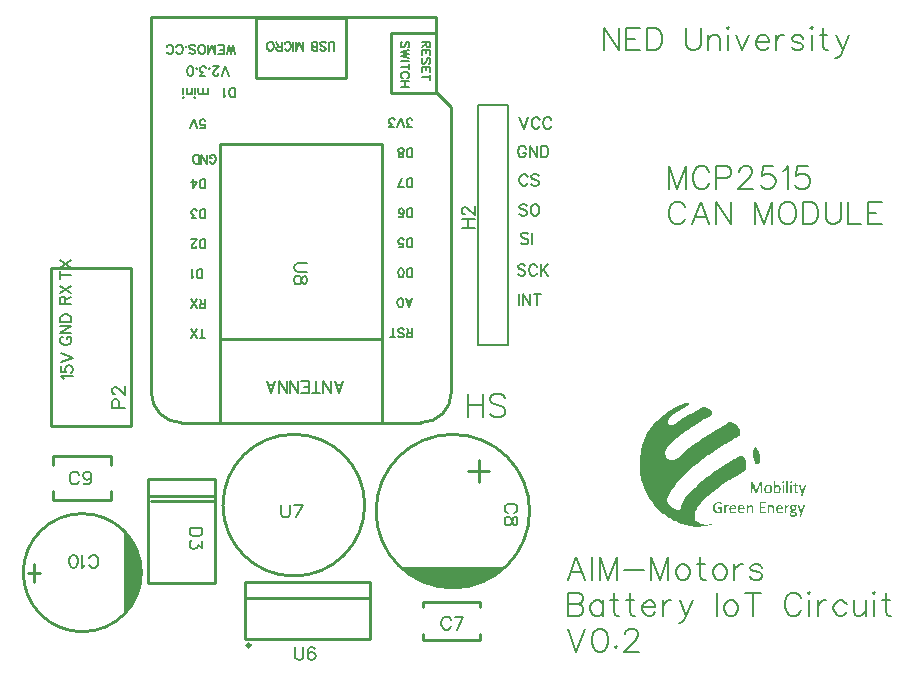
<source format=gto>
G04 Layer: TopSilkscreenLayer*
G04 EasyEDA v6.5.40, 2024-02-15 13:07:32*
G04 3051d7fe94b74b85aaa247d59f2a5175,7a4bf17ae9984c6ea0cf7d4767ac866e,10*
G04 Gerber Generator version 0.2*
G04 Scale: 100 percent, Rotated: No, Reflected: No *
G04 Dimensions in millimeters *
G04 leading zeros omitted , absolute positions ,4 integer and 5 decimal *
%FSLAX45Y45*%
%MOMM*%

%ADD10C,0.1524*%
%ADD11C,0.2032*%
%ADD12C,0.2581*%
%ADD13C,0.2540*%
%ADD14C,0.2030*%
%ADD15C,0.0144*%

%LPD*%
G36*
X5748172Y-3284524D02*
G01*
X5747004Y-3285794D01*
X5738063Y-3287572D01*
X5717540Y-3295802D01*
X5692698Y-3307537D01*
X5691581Y-3307537D01*
X5679338Y-3313734D01*
X5642051Y-3333546D01*
X5619648Y-3346805D01*
X5587288Y-3367633D01*
X5559044Y-3388207D01*
X5544769Y-3399231D01*
X5517083Y-3422954D01*
X5516168Y-3424021D01*
X5502198Y-3436975D01*
X5478830Y-3461004D01*
X5464911Y-3477006D01*
X5453481Y-3490976D01*
X5440578Y-3507994D01*
X5427218Y-3527298D01*
X5418988Y-3540963D01*
X5405882Y-3566972D01*
X5396484Y-3586987D01*
X5390743Y-3600602D01*
X5390743Y-3601974D01*
X5388203Y-3607257D01*
X5384190Y-3619957D01*
X5382514Y-3623970D01*
X5375706Y-3645966D01*
X5374132Y-3649979D01*
X5371947Y-3656939D01*
X5366410Y-3678936D01*
X5363616Y-3691940D01*
X5360924Y-3707942D01*
X5355386Y-3745941D01*
X5353405Y-3766921D01*
X5353507Y-3835908D01*
X5355336Y-3857904D01*
X5357977Y-3878884D01*
X5366461Y-3923893D01*
X5369153Y-3935882D01*
X5374182Y-3954881D01*
X5379821Y-3972864D01*
X5381142Y-3974896D01*
X5384444Y-3985869D01*
X5399278Y-4023868D01*
X5408015Y-4042867D01*
X5415940Y-4057091D01*
X5415940Y-4059174D01*
X5417464Y-4059834D01*
X5435854Y-4092854D01*
X5436920Y-4093819D01*
X5444388Y-4105859D01*
X5455462Y-4121861D01*
X5476290Y-4147820D01*
X5493816Y-4168800D01*
X5503265Y-4178808D01*
X5515356Y-4190796D01*
X5526430Y-4201160D01*
X5553506Y-4224883D01*
X5562803Y-4231741D01*
X5573064Y-4239869D01*
X5580481Y-4244746D01*
X5582970Y-4247286D01*
X5585460Y-4247286D01*
X5586120Y-4248912D01*
X5603798Y-4260291D01*
X5607608Y-4262069D01*
X5624322Y-4272788D01*
X5647639Y-4284980D01*
X5657900Y-4290060D01*
X5676544Y-4298340D01*
X5679795Y-4300270D01*
X5681827Y-4300270D01*
X5687720Y-4303064D01*
X5703570Y-4309008D01*
X5725007Y-4316222D01*
X5735269Y-4319473D01*
X5738977Y-4321048D01*
X5755335Y-4324908D01*
X5777230Y-4329430D01*
X5795873Y-4332325D01*
X5814517Y-4334154D01*
X5852769Y-4335424D01*
X5893765Y-4332224D01*
X5911494Y-4329430D01*
X5927344Y-4326432D01*
X5940399Y-4323435D01*
X5962904Y-4317542D01*
X5966815Y-4315307D01*
X5970828Y-4315307D01*
X5974892Y-4312767D01*
X5982360Y-4310380D01*
X5973013Y-4311192D01*
X5950661Y-4315155D01*
X5934811Y-4317187D01*
X5913374Y-4318457D01*
X5891885Y-4316171D01*
X5880709Y-4314596D01*
X5870346Y-4311497D01*
X5861151Y-4308195D01*
X5844336Y-4299305D01*
X5833922Y-4289806D01*
X5825490Y-4277817D01*
X5822442Y-4270756D01*
X5818733Y-4256786D01*
X5818733Y-4236110D01*
X5821680Y-4221784D01*
X5824575Y-4212793D01*
X5830976Y-4196842D01*
X5838444Y-4182008D01*
X5849772Y-4163822D01*
X5860440Y-4148836D01*
X5874105Y-4131818D01*
X5909614Y-4093718D01*
X5930138Y-4074922D01*
X5931052Y-4073753D01*
X5949696Y-4057700D01*
X5973013Y-4038447D01*
X6001816Y-4015841D01*
X6005017Y-4013860D01*
X6056884Y-3976878D01*
X6113322Y-3940403D01*
X6114592Y-3940403D01*
X6117539Y-3937609D01*
X6130594Y-3930040D01*
X6136182Y-3926382D01*
X6138976Y-3925011D01*
X6145530Y-3920744D01*
X6174435Y-3903675D01*
X6224778Y-3875125D01*
X6236868Y-3867454D01*
X6243675Y-3860901D01*
X6252260Y-3845661D01*
X6252260Y-3842816D01*
X6253937Y-3840886D01*
X6258102Y-3823919D01*
X6258052Y-3794912D01*
X6256121Y-3784904D01*
X6254089Y-3776218D01*
X6248552Y-3763518D01*
X6248552Y-3761435D01*
X6246825Y-3761435D01*
X6246215Y-3758437D01*
X6236868Y-3746652D01*
X6227826Y-3740200D01*
X6217310Y-3736238D01*
X6197701Y-3737051D01*
X6185611Y-3743401D01*
X6160414Y-3758133D01*
X6153912Y-3762400D01*
X6151118Y-3763772D01*
X6135268Y-3773170D01*
X6128715Y-3777386D01*
X6125921Y-3778758D01*
X6101689Y-3793744D01*
X6083350Y-3805428D01*
X6082690Y-3805428D01*
X6032804Y-3837533D01*
X5992622Y-3864914D01*
X5951575Y-3894175D01*
X5937605Y-3904792D01*
X5922568Y-3915867D01*
X5879795Y-3949700D01*
X5878880Y-3950970D01*
X5858357Y-3967734D01*
X5835040Y-3988815D01*
X5818276Y-4004360D01*
X5802426Y-4019854D01*
X5772505Y-4051858D01*
X5756808Y-4070451D01*
X5739790Y-4092854D01*
X5729579Y-4107840D01*
X5725109Y-4115815D01*
X5724042Y-4116832D01*
X5720892Y-4122165D01*
X5709462Y-4145534D01*
X5704789Y-4158843D01*
X5701436Y-4171797D01*
X5700115Y-4180840D01*
X5698693Y-4182821D01*
X5697575Y-4187799D01*
X5692292Y-4194606D01*
X5682132Y-4195521D01*
X5672785Y-4193438D01*
X5664403Y-4191304D01*
X5660694Y-4189526D01*
X5651347Y-4186072D01*
X5637377Y-4178960D01*
X5623407Y-4169918D01*
X5612231Y-4161129D01*
X5599125Y-4146804D01*
X5593334Y-4137812D01*
X5590387Y-4130852D01*
X5587390Y-4121200D01*
X5587034Y-4108399D01*
X5589371Y-4105960D01*
X5589371Y-4102506D01*
X5595924Y-4083862D01*
X5597550Y-4079849D01*
X5609132Y-4053840D01*
X5618581Y-4036872D01*
X5629808Y-4017873D01*
X5651246Y-3986885D01*
X5656935Y-3979824D01*
X5664403Y-3970020D01*
X5680151Y-3950868D01*
X5725007Y-3902913D01*
X5756706Y-3872636D01*
X5774385Y-3856888D01*
X5780938Y-3850792D01*
X5812637Y-3823766D01*
X5837834Y-3803345D01*
X5858764Y-3786936D01*
X5890056Y-3763111D01*
X5935319Y-3730447D01*
X5936335Y-3730447D01*
X5942990Y-3724960D01*
X5968339Y-3707536D01*
X6003798Y-3683609D01*
X6078372Y-3635501D01*
X6082131Y-3633673D01*
X6104128Y-3619449D01*
X6104940Y-3619449D01*
X6123787Y-3607460D01*
X6124752Y-3607460D01*
X6135268Y-3600653D01*
X6156706Y-3588258D01*
X6158585Y-3586734D01*
X6183731Y-3572205D01*
X6188405Y-3568801D01*
X6197600Y-3563975D01*
X6203442Y-3557981D01*
X6207048Y-3551986D01*
X6207048Y-3525977D01*
X6202883Y-3514445D01*
X6197955Y-3503980D01*
X6187998Y-3487572D01*
X6179058Y-3477209D01*
X6175502Y-3474008D01*
X6169202Y-3467506D01*
X6168288Y-3467506D01*
X6162294Y-3462985D01*
X6161379Y-3461765D01*
X6147358Y-3454704D01*
X6138062Y-3451148D01*
X6113830Y-3451047D01*
X6094222Y-3461664D01*
X6073698Y-3473196D01*
X6001308Y-3515461D01*
X5958128Y-3541776D01*
X5950102Y-3547465D01*
X5949086Y-3547465D01*
X5926429Y-3561842D01*
X5904280Y-3576574D01*
X5888177Y-3586987D01*
X5847181Y-3615232D01*
X5830824Y-3626764D01*
X5804255Y-3646119D01*
X5774791Y-3668369D01*
X5738063Y-3697732D01*
X5737148Y-3699103D01*
X5721146Y-3712159D01*
X5706262Y-3725011D01*
X5677255Y-3751122D01*
X5665368Y-3760876D01*
X5660796Y-3765296D01*
X5647639Y-3772255D01*
X5629910Y-3774592D01*
X5615025Y-3771341D01*
X5606592Y-3768090D01*
X5594502Y-3759454D01*
X5587898Y-3752799D01*
X5580989Y-3743706D01*
X5580989Y-3741420D01*
X5579567Y-3741420D01*
X5573217Y-3725926D01*
X5571642Y-3716934D01*
X5569915Y-3703929D01*
X5573115Y-3684930D01*
X5575046Y-3678936D01*
X5581345Y-3664965D01*
X5591911Y-3649979D01*
X5601360Y-3641445D01*
X5629910Y-3616960D01*
X5642051Y-3607054D01*
X5644184Y-3604971D01*
X5671312Y-3583178D01*
X5688126Y-3569970D01*
X5714746Y-3549853D01*
X5743651Y-3528669D01*
X5776315Y-3506012D01*
X5792165Y-3495548D01*
X5810808Y-3482543D01*
X5816396Y-3479647D01*
X5835954Y-3466642D01*
X5868619Y-3446221D01*
X5902147Y-3426206D01*
X5923584Y-3414014D01*
X5924550Y-3412998D01*
X5940399Y-3404463D01*
X5955334Y-3395421D01*
X5960414Y-3393084D01*
X5960414Y-3391509D01*
X5962802Y-3391509D01*
X5965596Y-3388004D01*
X5969762Y-3380790D01*
X5969762Y-3368141D01*
X5965698Y-3359048D01*
X5959957Y-3351072D01*
X5957163Y-3348024D01*
X5945479Y-3338525D01*
X5942838Y-3338525D01*
X5941618Y-3336493D01*
X5933846Y-3332835D01*
X5926429Y-3329635D01*
X5913374Y-3326028D01*
X5885383Y-3326079D01*
X5876391Y-3329584D01*
X5831332Y-3353562D01*
X5815431Y-3362502D01*
X5813298Y-3362502D01*
X5812637Y-3364026D01*
X5801461Y-3370275D01*
X5778144Y-3383787D01*
X5766968Y-3390036D01*
X5766358Y-3391509D01*
X5764834Y-3391509D01*
X5723737Y-3417011D01*
X5688634Y-3439871D01*
X5671261Y-3452012D01*
X5649518Y-3465982D01*
X5636158Y-3472383D01*
X5624880Y-3473754D01*
X5610961Y-3472332D01*
X5601106Y-3465982D01*
X5595112Y-3457549D01*
X5592724Y-3446272D01*
X5594858Y-3432962D01*
X5598972Y-3423005D01*
X5605983Y-3412032D01*
X5612231Y-3404819D01*
X5621578Y-3396030D01*
X5627725Y-3391001D01*
X5629910Y-3388918D01*
X5632704Y-3387496D01*
X5638292Y-3383534D01*
X5641086Y-3382111D01*
X5647639Y-3377336D01*
X5651347Y-3375507D01*
X5656935Y-3371596D01*
X5664403Y-3367278D01*
X5684266Y-3354527D01*
X5685434Y-3354527D01*
X5692851Y-3349498D01*
X5713831Y-3337306D01*
X5757672Y-3313277D01*
X5769762Y-3305556D01*
X5772708Y-3303066D01*
X5774893Y-3296259D01*
X5772708Y-3288436D01*
X5765241Y-3284524D01*
G37*
G36*
X6335522Y-3662426D02*
G01*
X6329172Y-3662578D01*
X6322212Y-3667455D01*
X6317843Y-3674973D01*
X6314846Y-3684930D01*
X6312916Y-3701592D01*
X6311849Y-3703421D01*
X6314795Y-3737914D01*
X6316421Y-3743909D01*
X6317589Y-3751935D01*
X6319266Y-3756914D01*
X6323330Y-3771595D01*
X6331559Y-3789629D01*
X6334302Y-3792575D01*
X6334302Y-3793896D01*
X6340348Y-3800957D01*
X6347104Y-3805428D01*
X6356858Y-3805428D01*
X6363919Y-3798214D01*
X6368542Y-3787901D01*
X6371590Y-3775608D01*
X6372707Y-3750919D01*
X6370726Y-3731920D01*
X6368846Y-3719931D01*
X6366764Y-3711956D01*
X6363055Y-3699916D01*
X6357315Y-3685946D01*
X6351320Y-3675938D01*
X6345021Y-3668776D01*
G37*
G36*
X6490004Y-3946296D02*
G01*
X6489039Y-3948887D01*
X6489321Y-4005529D01*
X6501028Y-4005529D01*
X6504076Y-3998620D01*
X6513779Y-3991508D01*
X6519367Y-3990848D01*
X6526479Y-3992118D01*
X6530949Y-3996639D01*
X6534759Y-4009694D01*
X6534759Y-4021429D01*
X6531051Y-4032758D01*
X6525310Y-4039108D01*
X6519316Y-4040174D01*
X6511696Y-4038650D01*
X6501688Y-4029151D01*
X6501028Y-4005529D01*
X6489321Y-4005529D01*
X6489547Y-4050842D01*
X6499707Y-4050842D01*
X6501231Y-4044340D01*
X6502806Y-4044340D01*
X6507276Y-4048048D01*
X6513220Y-4051350D01*
X6528307Y-4051350D01*
X6535369Y-4047490D01*
X6542125Y-4039463D01*
X6545681Y-4031538D01*
X6548170Y-4015232D01*
X6545884Y-3998112D01*
X6541160Y-3988155D01*
X6536181Y-3983177D01*
X6529222Y-3979367D01*
X6514287Y-3979367D01*
X6504482Y-3985768D01*
X6502196Y-3988866D01*
X6501790Y-3987850D01*
X6500723Y-3946906D01*
G37*
G36*
X6598564Y-3946398D02*
G01*
X6596329Y-3948785D01*
X6596329Y-4048963D01*
X6598564Y-4051350D01*
X6607251Y-4051350D01*
X6609486Y-4048455D01*
X6609283Y-3948074D01*
X6608318Y-3946398D01*
G37*
G36*
X6566865Y-3952392D02*
G01*
X6562750Y-3955491D01*
X6562750Y-3964990D01*
X6564985Y-3967378D01*
X6574637Y-3967378D01*
X6576974Y-3964381D01*
X6577177Y-3956558D01*
X6573621Y-3952392D01*
G37*
G36*
X6632600Y-3952392D02*
G01*
X6627977Y-3957269D01*
X6627977Y-3962908D01*
X6630924Y-3967378D01*
X6640677Y-3967378D01*
X6643878Y-3961587D01*
X6643878Y-3957624D01*
X6639966Y-3952392D01*
G37*
G36*
X6295186Y-3955389D02*
G01*
X6292392Y-3959961D01*
X6292291Y-4048556D01*
X6294424Y-4051350D01*
X6303162Y-4051350D01*
X6305397Y-4048963D01*
X6305397Y-3974490D01*
X6307277Y-3973271D01*
X6307277Y-3975557D01*
X6309969Y-3981856D01*
X6316726Y-4000855D01*
X6325006Y-4022140D01*
X6325006Y-4024172D01*
X6329629Y-4034840D01*
X6334455Y-4048861D01*
X6336385Y-4051350D01*
X6346444Y-4051350D01*
X6354368Y-4031843D01*
X6372453Y-3984853D01*
X6376263Y-3975506D01*
X6376263Y-3973372D01*
X6377940Y-3973372D01*
X6378956Y-3979875D01*
X6379159Y-4049674D01*
X6380124Y-4051350D01*
X6390132Y-4051350D01*
X6391148Y-4049623D01*
X6391300Y-3959453D01*
X6389268Y-3955389D01*
X6373774Y-3955389D01*
X6369964Y-3959860D01*
X6366002Y-3969258D01*
X6366002Y-3970223D01*
X6360414Y-3983177D01*
X6360414Y-3984498D01*
X6355994Y-3994861D01*
X6344716Y-4023868D01*
X6343497Y-4028338D01*
X6340348Y-4028338D01*
X6336030Y-4015841D01*
X6333540Y-4009847D01*
X6330340Y-4000855D01*
X6327952Y-3994861D01*
X6319113Y-3970883D01*
X6316573Y-3964584D01*
X6316573Y-3962857D01*
X6310884Y-3955389D01*
G37*
G36*
X6666484Y-3961282D02*
G01*
X6665315Y-3964533D01*
X6665315Y-3978148D01*
X6661099Y-3979367D01*
X6655053Y-3979367D01*
X6653885Y-3984498D01*
X6655917Y-3989374D01*
X6663181Y-3989374D01*
X6665163Y-3991864D01*
X6665772Y-4039870D01*
X6670090Y-4047236D01*
X6676593Y-4051350D01*
X6692036Y-4051350D01*
X6696049Y-4046728D01*
X6696049Y-4040428D01*
X6692595Y-4038447D01*
X6686245Y-4040327D01*
X6680860Y-4038752D01*
X6677406Y-4031894D01*
X6677456Y-3993845D01*
X6678574Y-3989222D01*
X6693204Y-3989679D01*
X6696049Y-3987139D01*
X6696049Y-3981602D01*
X6693662Y-3979468D01*
X6677863Y-3978859D01*
X6676948Y-3961892D01*
G37*
G36*
X6630771Y-3979265D02*
G01*
X6629857Y-3981907D01*
X6630314Y-4050842D01*
X6641541Y-4050842D01*
X6641541Y-3979875D01*
G37*
G36*
X6451346Y-3979367D02*
G01*
X6431737Y-3979468D01*
X6421882Y-3984294D01*
X6414668Y-3992118D01*
X6411925Y-3997858D01*
X6409788Y-4005783D01*
X6422593Y-4005783D01*
X6425742Y-3998671D01*
X6432042Y-3992168D01*
X6438290Y-3990492D01*
X6448501Y-3991457D01*
X6453174Y-3994708D01*
X6455562Y-3997858D01*
X6459270Y-4006240D01*
X6459270Y-4024477D01*
X6455562Y-4033062D01*
X6449212Y-4039108D01*
X6440678Y-4040479D01*
X6433616Y-4039158D01*
X6427063Y-4034637D01*
X6422694Y-4025188D01*
X6422593Y-4005783D01*
X6409788Y-4005783D01*
X6408877Y-4009186D01*
X6408928Y-4023868D01*
X6412280Y-4035399D01*
X6414516Y-4037736D01*
X6414516Y-4039971D01*
X6420561Y-4046169D01*
X6430670Y-4051350D01*
X6448958Y-4051350D01*
X6456934Y-4048048D01*
X6465570Y-4041089D01*
X6470345Y-4030878D01*
X6473240Y-4018584D01*
X6473240Y-4010863D01*
X6470142Y-3996639D01*
X6463436Y-3985971D01*
G37*
G36*
X6575602Y-3979367D02*
G01*
X6566001Y-3979519D01*
X6563664Y-3980535D01*
X6563664Y-4048963D01*
X6565900Y-4051350D01*
X6574485Y-4051350D01*
X6576720Y-4048963D01*
X6576720Y-3982516D01*
G37*
G36*
X6702907Y-3979367D02*
G01*
X6701688Y-3980687D01*
X6702806Y-3985869D01*
X6717995Y-4030370D01*
X6723583Y-4046118D01*
X6725259Y-4050334D01*
X6725107Y-4056481D01*
X6722160Y-4061256D01*
X6722160Y-4063847D01*
X6719265Y-4069740D01*
X6718198Y-4078325D01*
X6729679Y-4078325D01*
X6733235Y-4069842D01*
X6738975Y-4054094D01*
X6738975Y-4052163D01*
X6741668Y-4045864D01*
X6754266Y-4007358D01*
X6759397Y-3992372D01*
X6762394Y-3982212D01*
X6761378Y-3979367D01*
X6751116Y-3979367D01*
X6747357Y-3987749D01*
X6747357Y-3990543D01*
X6744614Y-3996842D01*
X6735013Y-4027881D01*
X6732066Y-4033875D01*
X6729780Y-4025849D01*
X6722973Y-4005884D01*
X6722008Y-4001871D01*
X6719366Y-3995572D01*
X6719366Y-3993591D01*
X6716572Y-3987850D01*
X6716572Y-3984294D01*
X6713575Y-3979367D01*
G37*
G36*
X6370726Y-4126331D02*
G01*
X6368796Y-4130192D01*
X6368796Y-4218432D01*
X6370726Y-4222292D01*
X6417868Y-4222292D01*
X6420104Y-4219905D01*
X6420104Y-4214672D01*
X6417767Y-4211320D01*
X6381851Y-4211167D01*
X6380835Y-4206798D01*
X6381394Y-4177842D01*
X6412026Y-4177284D01*
X6414516Y-4175099D01*
X6414516Y-4169460D01*
X6411569Y-4166311D01*
X6382410Y-4166311D01*
X6380937Y-4163822D01*
X6380937Y-4140504D01*
X6382054Y-4137355D01*
X6417056Y-4137355D01*
X6418884Y-4134815D01*
X6419900Y-4130446D01*
X6417208Y-4126331D01*
G37*
G36*
X6008471Y-4126382D02*
G01*
X5996178Y-4132579D01*
X5988913Y-4137914D01*
X5981852Y-4147820D01*
X5978347Y-4155846D01*
X5975350Y-4168952D01*
X5975350Y-4182821D01*
X5978855Y-4195876D01*
X5982970Y-4204512D01*
X5990640Y-4213453D01*
X5998210Y-4218178D01*
X6009335Y-4222292D01*
X6030518Y-4222292D01*
X6041085Y-4219194D01*
X6047943Y-4216095D01*
X6050026Y-4210761D01*
X6050127Y-4176826D01*
X6048146Y-4171340D01*
X6014720Y-4171340D01*
X6013602Y-4174490D01*
X6013602Y-4178960D01*
X6015990Y-4182516D01*
X6035751Y-4182313D01*
X6036868Y-4185462D01*
X6036868Y-4206189D01*
X6030823Y-4209592D01*
X6014720Y-4210558D01*
X6003798Y-4206189D01*
X5996178Y-4199483D01*
X5990031Y-4186021D01*
X5989116Y-4168648D01*
X5993333Y-4154017D01*
X6003798Y-4142435D01*
X6013653Y-4138320D01*
X6028944Y-4138320D01*
X6039205Y-4142943D01*
X6046927Y-4147261D01*
X6049924Y-4143654D01*
X6049924Y-4137761D01*
X6046876Y-4133087D01*
X6034582Y-4126890D01*
G37*
G36*
X6071362Y-4150207D02*
G01*
X6070447Y-4152849D01*
X6070904Y-4221784D01*
X6082131Y-4221784D01*
X6083046Y-4175658D01*
X6088481Y-4167225D01*
X6094171Y-4162094D01*
X6106566Y-4163415D01*
X6107734Y-4160164D01*
X6107734Y-4153662D01*
X6104331Y-4150309D01*
X6091275Y-4150309D01*
X6082588Y-4159504D01*
X6081725Y-4156811D01*
X6081166Y-4150817D01*
G37*
G36*
X6261557Y-4150207D02*
G01*
X6260642Y-4152849D01*
X6261100Y-4221784D01*
X6272326Y-4221784D01*
X6273241Y-4173220D01*
X6283807Y-4162348D01*
X6290970Y-4161942D01*
X6295390Y-4162247D01*
X6299047Y-4165803D01*
X6302146Y-4171797D01*
X6303060Y-4221784D01*
X6314287Y-4221784D01*
X6314287Y-4164837D01*
X6309360Y-4156811D01*
X6305854Y-4153814D01*
X6300012Y-4150309D01*
X6286296Y-4150360D01*
X6275324Y-4156303D01*
X6272885Y-4159808D01*
X6271920Y-4156811D01*
X6271361Y-4150817D01*
G37*
G36*
X6438950Y-4150207D02*
G01*
X6437731Y-4153662D01*
X6437833Y-4220718D01*
X6440119Y-4222343D01*
X6450380Y-4221784D01*
X6451346Y-4172813D01*
X6456832Y-4166209D01*
X6462877Y-4162196D01*
X6472377Y-4161993D01*
X6477406Y-4166006D01*
X6480200Y-4173829D01*
X6481165Y-4221784D01*
X6492341Y-4221784D01*
X6492849Y-4169816D01*
X6491274Y-4165803D01*
X6487160Y-4156760D01*
X6478016Y-4150309D01*
X6464147Y-4150309D01*
X6456934Y-4153509D01*
X6450990Y-4158335D01*
X6449110Y-4158335D01*
X6448501Y-4150817D01*
G37*
G36*
X6585102Y-4150207D02*
G01*
X6584137Y-4152849D01*
X6584645Y-4221784D01*
X6595821Y-4221784D01*
X6596786Y-4175810D01*
X6603187Y-4166260D01*
X6609334Y-4162196D01*
X6621018Y-4162806D01*
X6621576Y-4152900D01*
X6618325Y-4150309D01*
X6605879Y-4150309D01*
X6597142Y-4158589D01*
X6596075Y-4157421D01*
X6594856Y-4150817D01*
G37*
G36*
X6741109Y-4150258D02*
G01*
X6739128Y-4152849D01*
X6735165Y-4165803D01*
X6733489Y-4169816D01*
X6727545Y-4189831D01*
X6723125Y-4202328D01*
X6720535Y-4202328D01*
X6718604Y-4194810D01*
X6711797Y-4174845D01*
X6710832Y-4170832D01*
X6709156Y-4166819D01*
X6705142Y-4153814D01*
X6702298Y-4150309D01*
X6692290Y-4150309D01*
X6691172Y-4153357D01*
X6697116Y-4171797D01*
X6699554Y-4177842D01*
X6705600Y-4195826D01*
X6708190Y-4202125D01*
X6708190Y-4205173D01*
X6709918Y-4206341D01*
X6711238Y-4212793D01*
X6714032Y-4219803D01*
X6715607Y-4223207D01*
X6708038Y-4243374D01*
X6707733Y-4248810D01*
X6718553Y-4249420D01*
X6722109Y-4244797D01*
X6722160Y-4242003D01*
X6728510Y-4224832D01*
X6731762Y-4213809D01*
X6733336Y-4211929D01*
X6733336Y-4208119D01*
X6737908Y-4196435D01*
X6742785Y-4180840D01*
X6747357Y-4169257D01*
X6747357Y-4166819D01*
X6749897Y-4161637D01*
X6751370Y-4153814D01*
X6751523Y-4150817D01*
G37*
G36*
X6152337Y-4150309D02*
G01*
X6135268Y-4150360D01*
X6124244Y-4156354D01*
X6118098Y-4163822D01*
X6117996Y-4166870D01*
X6115456Y-4170832D01*
X6114043Y-4179315D01*
X6127343Y-4179315D01*
X6127343Y-4174591D01*
X6130340Y-4166870D01*
X6134150Y-4163822D01*
X6141770Y-4160418D01*
X6146698Y-4160316D01*
X6153607Y-4163415D01*
X6156960Y-4166819D01*
X6159703Y-4175607D01*
X6158788Y-4179315D01*
X6114043Y-4179315D01*
X6113018Y-4185513D01*
X6115405Y-4203801D01*
X6121806Y-4214114D01*
X6127800Y-4218940D01*
X6135776Y-4222292D01*
X6154318Y-4222292D01*
X6164834Y-4218838D01*
X6169304Y-4214418D01*
X6169253Y-4208830D01*
X6167526Y-4205884D01*
X6157620Y-4210304D01*
X6152591Y-4210304D01*
X6151473Y-4212336D01*
X6144920Y-4212336D01*
X6136182Y-4209948D01*
X6130848Y-4205833D01*
X6127394Y-4198518D01*
X6126886Y-4189831D01*
X6170168Y-4189272D01*
X6172301Y-4185005D01*
X6171031Y-4169359D01*
X6166307Y-4159808D01*
X6160516Y-4154119D01*
G37*
G36*
X6224524Y-4150309D02*
G01*
X6206134Y-4150461D01*
X6203340Y-4152239D01*
X6196228Y-4155592D01*
X6189776Y-4164076D01*
X6185154Y-4176268D01*
X6198920Y-4176318D01*
X6200089Y-4169664D01*
X6205677Y-4162907D01*
X6211722Y-4160570D01*
X6216497Y-4160316D01*
X6224981Y-4163415D01*
X6229096Y-4168140D01*
X6230721Y-4175709D01*
X6228892Y-4179315D01*
X6199987Y-4179315D01*
X6198920Y-4176318D01*
X6185154Y-4176318D01*
X6185154Y-4198264D01*
X6188151Y-4205833D01*
X6190996Y-4211828D01*
X6196736Y-4217619D01*
X6206642Y-4222292D01*
X6225692Y-4222242D01*
X6236766Y-4218279D01*
X6241084Y-4213961D01*
X6241084Y-4208576D01*
X6238189Y-4205986D01*
X6228486Y-4210202D01*
X6216954Y-4212691D01*
X6208928Y-4210151D01*
X6202781Y-4206951D01*
X6199327Y-4200804D01*
X6198158Y-4190542D01*
X6201156Y-4189323D01*
X6241948Y-4189323D01*
X6243878Y-4185462D01*
X6243878Y-4178096D01*
X6240932Y-4166006D01*
X6235090Y-4156354D01*
G37*
G36*
X6530492Y-4150309D02*
G01*
X6520891Y-4155440D01*
X6514287Y-4162704D01*
X6509308Y-4173829D01*
X6509288Y-4176166D01*
X6521856Y-4176166D01*
X6524701Y-4168800D01*
X6529628Y-4163161D01*
X6535216Y-4160469D01*
X6540804Y-4160367D01*
X6548272Y-4163110D01*
X6554368Y-4171492D01*
X6554368Y-4176166D01*
X6553200Y-4179315D01*
X6525107Y-4179315D01*
X6521856Y-4176166D01*
X6509288Y-4176166D01*
X6509105Y-4197807D01*
X6512763Y-4209288D01*
X6522161Y-4218990D01*
X6530644Y-4222292D01*
X6549593Y-4222292D01*
X6560159Y-4218838D01*
X6564731Y-4214266D01*
X6564122Y-4208018D01*
X6561175Y-4206036D01*
X6554825Y-4209389D01*
X6542125Y-4212488D01*
X6529984Y-4209897D01*
X6523990Y-4202785D01*
X6521551Y-4191152D01*
X6522821Y-4189831D01*
X6565087Y-4189272D01*
X6567424Y-4185920D01*
X6567424Y-4178655D01*
X6565239Y-4166819D01*
X6559499Y-4157268D01*
X6552946Y-4152900D01*
X6547612Y-4150309D01*
G37*
G36*
X6682638Y-4150309D02*
G01*
X6645249Y-4150410D01*
X6637528Y-4154271D01*
X6630111Y-4163314D01*
X6628942Y-4170832D01*
X6628942Y-4180128D01*
X6640779Y-4180128D01*
X6640779Y-4169460D01*
X6644640Y-4162958D01*
X6650837Y-4160570D01*
X6656070Y-4160316D01*
X6663181Y-4164228D01*
X6666433Y-4171594D01*
X6665315Y-4180433D01*
X6662013Y-4185158D01*
X6655917Y-4188307D01*
X6651802Y-4188307D01*
X6644894Y-4185716D01*
X6640779Y-4180128D01*
X6628942Y-4180128D01*
X6628942Y-4181805D01*
X6631736Y-4187545D01*
X6631736Y-4190136D01*
X6627114Y-4198823D01*
X6627063Y-4207002D01*
X6632549Y-4215079D01*
X6628028Y-4219651D01*
X6624269Y-4227931D01*
X6624269Y-4230014D01*
X6636664Y-4230014D01*
X6638594Y-4223207D01*
X6644843Y-4217314D01*
X6648297Y-4217314D01*
X6667652Y-4219346D01*
X6671818Y-4224426D01*
X6671818Y-4230522D01*
X6665722Y-4237024D01*
X6652514Y-4239564D01*
X6642455Y-4237024D01*
X6638798Y-4234332D01*
X6636664Y-4230014D01*
X6624269Y-4230014D01*
X6624269Y-4233164D01*
X6627774Y-4241901D01*
X6633108Y-4245813D01*
X6641541Y-4249318D01*
X6663893Y-4249216D01*
X6674154Y-4245457D01*
X6682943Y-4236161D01*
X6684162Y-4227169D01*
X6683044Y-4218228D01*
X6679742Y-4213453D01*
X6669582Y-4207865D01*
X6642100Y-4206748D01*
X6638239Y-4202988D01*
X6638239Y-4199483D01*
X6639407Y-4196334D01*
X6643725Y-4196334D01*
X6644894Y-4198315D01*
X6661454Y-4198315D01*
X6670446Y-4193235D01*
X6674408Y-4188663D01*
X6677609Y-4182059D01*
X6676847Y-4163822D01*
X6675374Y-4160316D01*
X6682638Y-4160316D01*
X6684873Y-4157929D01*
X6684873Y-4152747D01*
G37*
D10*
X445203Y-2203508D02*
G01*
X540707Y-2203508D01*
X445203Y-2235258D02*
G01*
X445203Y-2171504D01*
X445203Y-2141532D02*
G01*
X540707Y-2078032D01*
X445203Y-2078032D02*
G01*
X540707Y-2141532D01*
X445203Y-2451158D02*
G01*
X540707Y-2451158D01*
X445203Y-2451158D02*
G01*
X445203Y-2410264D01*
X449775Y-2396548D01*
X454347Y-2391976D01*
X463491Y-2387404D01*
X472381Y-2387404D01*
X481525Y-2391976D01*
X486097Y-2396548D01*
X490669Y-2410264D01*
X490669Y-2451158D01*
X490669Y-2419408D02*
G01*
X540707Y-2387404D01*
X445203Y-2357432D02*
G01*
X540707Y-2293932D01*
X445203Y-2293932D02*
G01*
X540707Y-2357432D01*
X467809Y-2725732D02*
G01*
X458919Y-2730304D01*
X449775Y-2739448D01*
X445203Y-2748592D01*
X445203Y-2766626D01*
X449775Y-2775770D01*
X458919Y-2784914D01*
X467809Y-2789486D01*
X481525Y-2794058D01*
X504385Y-2794058D01*
X517847Y-2789486D01*
X526991Y-2784914D01*
X536135Y-2775770D01*
X540707Y-2766626D01*
X540707Y-2748592D01*
X536135Y-2739448D01*
X526991Y-2730304D01*
X517847Y-2725732D01*
X504385Y-2725732D01*
X504385Y-2748592D02*
G01*
X504385Y-2725732D01*
X445203Y-2695760D02*
G01*
X540707Y-2695760D01*
X445203Y-2695760D02*
G01*
X540707Y-2632260D01*
X445203Y-2632260D02*
G01*
X540707Y-2632260D01*
X445203Y-2602288D02*
G01*
X540707Y-2602288D01*
X445203Y-2602288D02*
G01*
X445203Y-2570284D01*
X449775Y-2556822D01*
X458919Y-2547678D01*
X467809Y-2543106D01*
X481525Y-2538534D01*
X504385Y-2538534D01*
X517847Y-2543106D01*
X526991Y-2547678D01*
X536135Y-2556822D01*
X540707Y-2570284D01*
X540707Y-2602288D01*
X476191Y-3086158D02*
G01*
X471619Y-3077014D01*
X457903Y-3063298D01*
X553407Y-3063298D01*
X457903Y-2978716D02*
G01*
X457903Y-3024182D01*
X498797Y-3028754D01*
X494225Y-3024182D01*
X489653Y-3010720D01*
X489653Y-2997004D01*
X494225Y-2983288D01*
X503369Y-2974398D01*
X517085Y-2969826D01*
X525975Y-2969826D01*
X539691Y-2974398D01*
X548835Y-2983288D01*
X553407Y-2997004D01*
X553407Y-3010720D01*
X548835Y-3024182D01*
X544263Y-3028754D01*
X535119Y-3033326D01*
X457903Y-2939854D02*
G01*
X553407Y-2903278D01*
X457903Y-2866956D02*
G01*
X553407Y-2903278D01*
X3898841Y-3214565D02*
G01*
X3898841Y-3405319D01*
X4026095Y-3214565D02*
G01*
X4026095Y-3405319D01*
X3898841Y-3305497D02*
G01*
X4026095Y-3305497D01*
X4213547Y-3241743D02*
G01*
X4195259Y-3223455D01*
X4168081Y-3214565D01*
X4131505Y-3214565D01*
X4104327Y-3223455D01*
X4086293Y-3241743D01*
X4086293Y-3260031D01*
X4095183Y-3278065D01*
X4104327Y-3287209D01*
X4122615Y-3296353D01*
X4176971Y-3314387D01*
X4195259Y-3323531D01*
X4204403Y-3332675D01*
X4213547Y-3350963D01*
X4213547Y-3378141D01*
X4195259Y-3396175D01*
X4168081Y-3405319D01*
X4131505Y-3405319D01*
X4104327Y-3396175D01*
X4086293Y-3378141D01*
D11*
X4818263Y-4590171D02*
G01*
X4744349Y-4784227D01*
X4818263Y-4590171D02*
G01*
X4892177Y-4784227D01*
X4772035Y-4719457D02*
G01*
X4864491Y-4719457D01*
X4953137Y-4590171D02*
G01*
X4953137Y-4784227D01*
X5014097Y-4590171D02*
G01*
X5014097Y-4784227D01*
X5014097Y-4590171D02*
G01*
X5088011Y-4784227D01*
X5161925Y-4590171D02*
G01*
X5088011Y-4784227D01*
X5161925Y-4590171D02*
G01*
X5161925Y-4784227D01*
X5222885Y-4700915D02*
G01*
X5389001Y-4700915D01*
X5449961Y-4590171D02*
G01*
X5449961Y-4784227D01*
X5449961Y-4590171D02*
G01*
X5523875Y-4784227D01*
X5597789Y-4590171D02*
G01*
X5523875Y-4784227D01*
X5597789Y-4590171D02*
G01*
X5597789Y-4784227D01*
X5704977Y-4654941D02*
G01*
X5686435Y-4664085D01*
X5668147Y-4682627D01*
X5658749Y-4710313D01*
X5658749Y-4728601D01*
X5668147Y-4756541D01*
X5686435Y-4774829D01*
X5704977Y-4784227D01*
X5732663Y-4784227D01*
X5751205Y-4774829D01*
X5769747Y-4756541D01*
X5778891Y-4728601D01*
X5778891Y-4710313D01*
X5769747Y-4682627D01*
X5751205Y-4664085D01*
X5732663Y-4654941D01*
X5704977Y-4654941D01*
X5867537Y-4590171D02*
G01*
X5867537Y-4747143D01*
X5876681Y-4774829D01*
X5895223Y-4784227D01*
X5913765Y-4784227D01*
X5839851Y-4654941D02*
G01*
X5904621Y-4654941D01*
X6020953Y-4654941D02*
G01*
X6002411Y-4664085D01*
X5983869Y-4682627D01*
X5974725Y-4710313D01*
X5974725Y-4728601D01*
X5983869Y-4756541D01*
X6002411Y-4774829D01*
X6020953Y-4784227D01*
X6048639Y-4784227D01*
X6067181Y-4774829D01*
X6085469Y-4756541D01*
X6094867Y-4728601D01*
X6094867Y-4710313D01*
X6085469Y-4682627D01*
X6067181Y-4664085D01*
X6048639Y-4654941D01*
X6020953Y-4654941D01*
X6155827Y-4654941D02*
G01*
X6155827Y-4784227D01*
X6155827Y-4710313D02*
G01*
X6164971Y-4682627D01*
X6183513Y-4664085D01*
X6201801Y-4654941D01*
X6229741Y-4654941D01*
X6392301Y-4682627D02*
G01*
X6382903Y-4664085D01*
X6355217Y-4654941D01*
X6327531Y-4654941D01*
X6299845Y-4664085D01*
X6290701Y-4682627D01*
X6299845Y-4700915D01*
X6318387Y-4710313D01*
X6364361Y-4719457D01*
X6382903Y-4728601D01*
X6392301Y-4747143D01*
X6392301Y-4756541D01*
X6382903Y-4774829D01*
X6355217Y-4784227D01*
X6327531Y-4784227D01*
X6299845Y-4774829D01*
X6290701Y-4756541D01*
X4744349Y-4894971D02*
G01*
X4744349Y-5089027D01*
X4744349Y-4894971D02*
G01*
X4827661Y-4894971D01*
X4855347Y-4904115D01*
X4864491Y-4913513D01*
X4873635Y-4931801D01*
X4873635Y-4950343D01*
X4864491Y-4968885D01*
X4855347Y-4978029D01*
X4827661Y-4987427D01*
X4744349Y-4987427D02*
G01*
X4827661Y-4987427D01*
X4855347Y-4996571D01*
X4864491Y-5005715D01*
X4873635Y-5024257D01*
X4873635Y-5051943D01*
X4864491Y-5070485D01*
X4855347Y-5079629D01*
X4827661Y-5089027D01*
X4744349Y-5089027D01*
X5045593Y-4959741D02*
G01*
X5045593Y-5089027D01*
X5045593Y-4987427D02*
G01*
X5027051Y-4968885D01*
X5008509Y-4959741D01*
X4980823Y-4959741D01*
X4962281Y-4968885D01*
X4943993Y-4987427D01*
X4934595Y-5015113D01*
X4934595Y-5033401D01*
X4943993Y-5061341D01*
X4962281Y-5079629D01*
X4980823Y-5089027D01*
X5008509Y-5089027D01*
X5027051Y-5079629D01*
X5045593Y-5061341D01*
X5134239Y-4894971D02*
G01*
X5134239Y-5051943D01*
X5143383Y-5079629D01*
X5161925Y-5089027D01*
X5180467Y-5089027D01*
X5106553Y-4959741D02*
G01*
X5171069Y-4959741D01*
X5269113Y-4894971D02*
G01*
X5269113Y-5051943D01*
X5278257Y-5079629D01*
X5296799Y-5089027D01*
X5315341Y-5089027D01*
X5241427Y-4959741D02*
G01*
X5305943Y-4959741D01*
X5376301Y-5015113D02*
G01*
X5487045Y-5015113D01*
X5487045Y-4996571D01*
X5477901Y-4978029D01*
X5468503Y-4968885D01*
X5449961Y-4959741D01*
X5422275Y-4959741D01*
X5403987Y-4968885D01*
X5385445Y-4987427D01*
X5376301Y-5015113D01*
X5376301Y-5033401D01*
X5385445Y-5061341D01*
X5403987Y-5079629D01*
X5422275Y-5089027D01*
X5449961Y-5089027D01*
X5468503Y-5079629D01*
X5487045Y-5061341D01*
X5548005Y-4959741D02*
G01*
X5548005Y-5089027D01*
X5548005Y-5015113D02*
G01*
X5557149Y-4987427D01*
X5575691Y-4968885D01*
X5594233Y-4959741D01*
X5621919Y-4959741D01*
X5692023Y-4959741D02*
G01*
X5747395Y-5089027D01*
X5803021Y-4959741D02*
G01*
X5747395Y-5089027D01*
X5729107Y-5125857D01*
X5710565Y-5144399D01*
X5692023Y-5153543D01*
X5682879Y-5153543D01*
X6006221Y-4894971D02*
G01*
X6006221Y-5089027D01*
X6113155Y-4959741D02*
G01*
X6094867Y-4968885D01*
X6076325Y-4987427D01*
X6067181Y-5015113D01*
X6067181Y-5033401D01*
X6076325Y-5061341D01*
X6094867Y-5079629D01*
X6113155Y-5089027D01*
X6140841Y-5089027D01*
X6159383Y-5079629D01*
X6177925Y-5061341D01*
X6187069Y-5033401D01*
X6187069Y-5015113D01*
X6177925Y-4987427D01*
X6159383Y-4968885D01*
X6140841Y-4959741D01*
X6113155Y-4959741D01*
X6312799Y-4894971D02*
G01*
X6312799Y-5089027D01*
X6248029Y-4894971D02*
G01*
X6377315Y-4894971D01*
X6719199Y-4941199D02*
G01*
X6709801Y-4922657D01*
X6691513Y-4904115D01*
X6672971Y-4894971D01*
X6636141Y-4894971D01*
X6617599Y-4904115D01*
X6599057Y-4922657D01*
X6589913Y-4941199D01*
X6580515Y-4968885D01*
X6580515Y-5015113D01*
X6589913Y-5042799D01*
X6599057Y-5061341D01*
X6617599Y-5079629D01*
X6636141Y-5089027D01*
X6672971Y-5089027D01*
X6691513Y-5079629D01*
X6709801Y-5061341D01*
X6719199Y-5042799D01*
X6780159Y-4894971D02*
G01*
X6789303Y-4904115D01*
X6798701Y-4894971D01*
X6789303Y-4885827D01*
X6780159Y-4894971D01*
X6789303Y-4959741D02*
G01*
X6789303Y-5089027D01*
X6859661Y-4959741D02*
G01*
X6859661Y-5089027D01*
X6859661Y-5015113D02*
G01*
X6868805Y-4987427D01*
X6887347Y-4968885D01*
X6905635Y-4959741D01*
X6933321Y-4959741D01*
X7105279Y-4987427D02*
G01*
X7086737Y-4968885D01*
X7068195Y-4959741D01*
X7040509Y-4959741D01*
X7022221Y-4968885D01*
X7003679Y-4987427D01*
X6994281Y-5015113D01*
X6994281Y-5033401D01*
X7003679Y-5061341D01*
X7022221Y-5079629D01*
X7040509Y-5089027D01*
X7068195Y-5089027D01*
X7086737Y-5079629D01*
X7105279Y-5061341D01*
X7166239Y-4959741D02*
G01*
X7166239Y-5051943D01*
X7175383Y-5079629D01*
X7193925Y-5089027D01*
X7221611Y-5089027D01*
X7240153Y-5079629D01*
X7267839Y-5051943D01*
X7267839Y-4959741D02*
G01*
X7267839Y-5089027D01*
X7328799Y-4894971D02*
G01*
X7337943Y-4904115D01*
X7347341Y-4894971D01*
X7337943Y-4885827D01*
X7328799Y-4894971D01*
X7337943Y-4959741D02*
G01*
X7337943Y-5089027D01*
X7435987Y-4894971D02*
G01*
X7435987Y-5051943D01*
X7445131Y-5079629D01*
X7463673Y-5089027D01*
X7481961Y-5089027D01*
X7408301Y-4959741D02*
G01*
X7472817Y-4959741D01*
X4744349Y-5199771D02*
G01*
X4818263Y-5393827D01*
X4892177Y-5199771D02*
G01*
X4818263Y-5393827D01*
X5008509Y-5199771D02*
G01*
X4980823Y-5208915D01*
X4962281Y-5236601D01*
X4953137Y-5282829D01*
X4953137Y-5310515D01*
X4962281Y-5356743D01*
X4980823Y-5384429D01*
X5008509Y-5393827D01*
X5027051Y-5393827D01*
X5054737Y-5384429D01*
X5073279Y-5356743D01*
X5082423Y-5310515D01*
X5082423Y-5282829D01*
X5073279Y-5236601D01*
X5054737Y-5208915D01*
X5027051Y-5199771D01*
X5008509Y-5199771D01*
X5152781Y-5347599D02*
G01*
X5143383Y-5356743D01*
X5152781Y-5366141D01*
X5161925Y-5356743D01*
X5152781Y-5347599D01*
X5232029Y-5245999D02*
G01*
X5232029Y-5236601D01*
X5241427Y-5218313D01*
X5250571Y-5208915D01*
X5269113Y-5199771D01*
X5305943Y-5199771D01*
X5324485Y-5208915D01*
X5333629Y-5218313D01*
X5343027Y-5236601D01*
X5343027Y-5255143D01*
X5333629Y-5273685D01*
X5315341Y-5301371D01*
X5222885Y-5393827D01*
X5352171Y-5393827D01*
X4336171Y-869833D02*
G01*
X4372493Y-965337D01*
X4408815Y-869833D02*
G01*
X4372493Y-965337D01*
X4507113Y-892439D02*
G01*
X4502541Y-883295D01*
X4493397Y-874405D01*
X4484253Y-869833D01*
X4466219Y-869833D01*
X4457075Y-874405D01*
X4447931Y-883295D01*
X4443359Y-892439D01*
X4438787Y-906155D01*
X4438787Y-928761D01*
X4443359Y-942477D01*
X4447931Y-951621D01*
X4457075Y-960765D01*
X4466219Y-965337D01*
X4484253Y-965337D01*
X4493397Y-960765D01*
X4502541Y-951621D01*
X4507113Y-942477D01*
X4605157Y-892439D02*
G01*
X4600839Y-883295D01*
X4591695Y-874405D01*
X4582551Y-869833D01*
X4564263Y-869833D01*
X4555373Y-874405D01*
X4546229Y-883295D01*
X4541657Y-892439D01*
X4537085Y-906155D01*
X4537085Y-928761D01*
X4541657Y-942477D01*
X4546229Y-951621D01*
X4555373Y-960765D01*
X4564263Y-965337D01*
X4582551Y-965337D01*
X4591695Y-960765D01*
X4600839Y-951621D01*
X4605157Y-942477D01*
X4391601Y-1133797D02*
G01*
X4387029Y-1124653D01*
X4378139Y-1115509D01*
X4368995Y-1110937D01*
X4350707Y-1110937D01*
X4341563Y-1115509D01*
X4332673Y-1124653D01*
X4328101Y-1133797D01*
X4323529Y-1147513D01*
X4323529Y-1170119D01*
X4328101Y-1183835D01*
X4332673Y-1192979D01*
X4341563Y-1201869D01*
X4350707Y-1206441D01*
X4368995Y-1206441D01*
X4378139Y-1201869D01*
X4387029Y-1192979D01*
X4391601Y-1183835D01*
X4391601Y-1170119D01*
X4368995Y-1170119D02*
G01*
X4391601Y-1170119D01*
X4421573Y-1110937D02*
G01*
X4421573Y-1206441D01*
X4421573Y-1110937D02*
G01*
X4485327Y-1206441D01*
X4485327Y-1110937D02*
G01*
X4485327Y-1206441D01*
X4515299Y-1110937D02*
G01*
X4515299Y-1206441D01*
X4515299Y-1110937D02*
G01*
X4547049Y-1110937D01*
X4560765Y-1115509D01*
X4569909Y-1124653D01*
X4574481Y-1133797D01*
X4578799Y-1147513D01*
X4578799Y-1170119D01*
X4574481Y-1183835D01*
X4569909Y-1192979D01*
X4560765Y-1201869D01*
X4547049Y-1206441D01*
X4515299Y-1206441D01*
X4404301Y-1375097D02*
G01*
X4399729Y-1365953D01*
X4390839Y-1356809D01*
X4381695Y-1352237D01*
X4363407Y-1352237D01*
X4354263Y-1356809D01*
X4345373Y-1365953D01*
X4340801Y-1375097D01*
X4336229Y-1388813D01*
X4336229Y-1411419D01*
X4340801Y-1425135D01*
X4345373Y-1434279D01*
X4354263Y-1443169D01*
X4363407Y-1447741D01*
X4381695Y-1447741D01*
X4390839Y-1443169D01*
X4399729Y-1434279D01*
X4404301Y-1425135D01*
X4498027Y-1365953D02*
G01*
X4488883Y-1356809D01*
X4475167Y-1352237D01*
X4457133Y-1352237D01*
X4443417Y-1356809D01*
X4434273Y-1365953D01*
X4434273Y-1375097D01*
X4438845Y-1384241D01*
X4443417Y-1388813D01*
X4452561Y-1393385D01*
X4479739Y-1402275D01*
X4488883Y-1406847D01*
X4493455Y-1411419D01*
X4498027Y-1420563D01*
X4498027Y-1434279D01*
X4488883Y-1443169D01*
X4475167Y-1447741D01*
X4457133Y-1447741D01*
X4443417Y-1443169D01*
X4434273Y-1434279D01*
X4412429Y-1861253D02*
G01*
X4403539Y-1852109D01*
X4389823Y-1847537D01*
X4371535Y-1847537D01*
X4358073Y-1852109D01*
X4348929Y-1861253D01*
X4348929Y-1870397D01*
X4353501Y-1879541D01*
X4358073Y-1884113D01*
X4366963Y-1888685D01*
X4394395Y-1897575D01*
X4403539Y-1902147D01*
X4407857Y-1906719D01*
X4412429Y-1915863D01*
X4412429Y-1929579D01*
X4403539Y-1938469D01*
X4389823Y-1943041D01*
X4371535Y-1943041D01*
X4358073Y-1938469D01*
X4348929Y-1929579D01*
X4442401Y-1847537D02*
G01*
X4442401Y-1943041D01*
X4332673Y-2364681D02*
G01*
X4332673Y-2460185D01*
X4362645Y-2364681D02*
G01*
X4362645Y-2460185D01*
X4362645Y-2364681D02*
G01*
X4426145Y-2460185D01*
X4426145Y-2364681D02*
G01*
X4426145Y-2460185D01*
X4488121Y-2364681D02*
G01*
X4488121Y-2460185D01*
X4456117Y-2364681D02*
G01*
X4519871Y-2364681D01*
X4387029Y-2127953D02*
G01*
X4378139Y-2118809D01*
X4364423Y-2114237D01*
X4346135Y-2114237D01*
X4332673Y-2118809D01*
X4323529Y-2127953D01*
X4323529Y-2137097D01*
X4328101Y-2146241D01*
X4332673Y-2150813D01*
X4341563Y-2155385D01*
X4368995Y-2164275D01*
X4378139Y-2168847D01*
X4382457Y-2173419D01*
X4387029Y-2182563D01*
X4387029Y-2196279D01*
X4378139Y-2205169D01*
X4364423Y-2209741D01*
X4346135Y-2209741D01*
X4332673Y-2205169D01*
X4323529Y-2196279D01*
X4485327Y-2137097D02*
G01*
X4480755Y-2127953D01*
X4471611Y-2118809D01*
X4462467Y-2114237D01*
X4444433Y-2114237D01*
X4435289Y-2118809D01*
X4426145Y-2127953D01*
X4421573Y-2137097D01*
X4417001Y-2150813D01*
X4417001Y-2173419D01*
X4421573Y-2187135D01*
X4426145Y-2196279D01*
X4435289Y-2205169D01*
X4444433Y-2209741D01*
X4462467Y-2209741D01*
X4471611Y-2205169D01*
X4480755Y-2196279D01*
X4485327Y-2187135D01*
X4515299Y-2114237D02*
G01*
X4515299Y-2209741D01*
X4578799Y-2114237D02*
G01*
X4515299Y-2177991D01*
X4537905Y-2155385D02*
G01*
X4578799Y-2209741D01*
X4399729Y-1619953D02*
G01*
X4390839Y-1610809D01*
X4377123Y-1606237D01*
X4358835Y-1606237D01*
X4345373Y-1610809D01*
X4336229Y-1619953D01*
X4336229Y-1629097D01*
X4340801Y-1638241D01*
X4345373Y-1642813D01*
X4354263Y-1647385D01*
X4381695Y-1656275D01*
X4390839Y-1660847D01*
X4395157Y-1665419D01*
X4399729Y-1674563D01*
X4399729Y-1688279D01*
X4390839Y-1697169D01*
X4377123Y-1701741D01*
X4358835Y-1701741D01*
X4345373Y-1697169D01*
X4336229Y-1688279D01*
X4457133Y-1606237D02*
G01*
X4447989Y-1610809D01*
X4438845Y-1619953D01*
X4434273Y-1629097D01*
X4429701Y-1642813D01*
X4429701Y-1665419D01*
X4434273Y-1679135D01*
X4438845Y-1688279D01*
X4447989Y-1697169D01*
X4457133Y-1701741D01*
X4475167Y-1701741D01*
X4484311Y-1697169D01*
X4493455Y-1688279D01*
X4498027Y-1679135D01*
X4502599Y-1665419D01*
X4502599Y-1642813D01*
X4498027Y-1629097D01*
X4493455Y-1619953D01*
X4484311Y-1610809D01*
X4475167Y-1606237D01*
X4457133Y-1606237D01*
X5600700Y-1283970D02*
G01*
X5600700Y-1474978D01*
X5600700Y-1283970D02*
G01*
X5673343Y-1474978D01*
X5746241Y-1283970D02*
G01*
X5673343Y-1474978D01*
X5746241Y-1283970D02*
G01*
X5746241Y-1474978D01*
X5942584Y-1329436D02*
G01*
X5933440Y-1311402D01*
X5915152Y-1293113D01*
X5897118Y-1283970D01*
X5860795Y-1283970D01*
X5842508Y-1293113D01*
X5824220Y-1311402D01*
X5815329Y-1329436D01*
X5806186Y-1356868D01*
X5806186Y-1402334D01*
X5815329Y-1429512D01*
X5824220Y-1447800D01*
X5842508Y-1465834D01*
X5860795Y-1474978D01*
X5897118Y-1474978D01*
X5915152Y-1465834D01*
X5933440Y-1447800D01*
X5942584Y-1429512D01*
X6002527Y-1283970D02*
G01*
X6002527Y-1474978D01*
X6002527Y-1283970D02*
G01*
X6084315Y-1283970D01*
X6111493Y-1293113D01*
X6120638Y-1302257D01*
X6129781Y-1320545D01*
X6129781Y-1347723D01*
X6120638Y-1366012D01*
X6111493Y-1374902D01*
X6084315Y-1384045D01*
X6002527Y-1384045D01*
X6198870Y-1329436D02*
G01*
X6198870Y-1320545D01*
X6208013Y-1302257D01*
X6217158Y-1293113D01*
X6235191Y-1283970D01*
X6271513Y-1283970D01*
X6289802Y-1293113D01*
X6298945Y-1302257D01*
X6308090Y-1320545D01*
X6308090Y-1338579D01*
X6298945Y-1356868D01*
X6280658Y-1384045D01*
X6189725Y-1474978D01*
X6316979Y-1474978D01*
X6486143Y-1283970D02*
G01*
X6395211Y-1283970D01*
X6386068Y-1366012D01*
X6395211Y-1356868D01*
X6422390Y-1347723D01*
X6449822Y-1347723D01*
X6477000Y-1356868D01*
X6495288Y-1374902D01*
X6504431Y-1402334D01*
X6504431Y-1420368D01*
X6495288Y-1447800D01*
X6477000Y-1465834D01*
X6449822Y-1474978D01*
X6422390Y-1474978D01*
X6395211Y-1465834D01*
X6386068Y-1456689D01*
X6377177Y-1438655D01*
X6564375Y-1320545D02*
G01*
X6582409Y-1311402D01*
X6609841Y-1283970D01*
X6609841Y-1474978D01*
X6779006Y-1283970D02*
G01*
X6688074Y-1283970D01*
X6678929Y-1366012D01*
X6688074Y-1356868D01*
X6715252Y-1347723D01*
X6742429Y-1347723D01*
X6769861Y-1356868D01*
X6787895Y-1374902D01*
X6797040Y-1402334D01*
X6797040Y-1420368D01*
X6787895Y-1447800D01*
X6769861Y-1465834D01*
X6742429Y-1474978D01*
X6715252Y-1474978D01*
X6688074Y-1465834D01*
X6678929Y-1456689D01*
X6669786Y-1438655D01*
X5737097Y-1631187D02*
G01*
X5727954Y-1612900D01*
X5709665Y-1594865D01*
X5691631Y-1585721D01*
X5655309Y-1585721D01*
X5637022Y-1594865D01*
X5618988Y-1612900D01*
X5609843Y-1631187D01*
X5600700Y-1658365D01*
X5600700Y-1703831D01*
X5609843Y-1731010D01*
X5618988Y-1749297D01*
X5637022Y-1767586D01*
X5655309Y-1776476D01*
X5691631Y-1776476D01*
X5709665Y-1767586D01*
X5727954Y-1749297D01*
X5737097Y-1731010D01*
X5869686Y-1585721D02*
G01*
X5797041Y-1776476D01*
X5869686Y-1585721D02*
G01*
X5942584Y-1776476D01*
X5824220Y-1712976D02*
G01*
X5915152Y-1712976D01*
X6002527Y-1585721D02*
G01*
X6002527Y-1776476D01*
X6002527Y-1585721D02*
G01*
X6129781Y-1776476D01*
X6129781Y-1585721D02*
G01*
X6129781Y-1776476D01*
X6329679Y-1585721D02*
G01*
X6329679Y-1776476D01*
X6329679Y-1585721D02*
G01*
X6402577Y-1776476D01*
X6475222Y-1585721D02*
G01*
X6402577Y-1776476D01*
X6475222Y-1585721D02*
G01*
X6475222Y-1776476D01*
X6589775Y-1585721D02*
G01*
X6571488Y-1594865D01*
X6553454Y-1612900D01*
X6544309Y-1631187D01*
X6535165Y-1658365D01*
X6535165Y-1703831D01*
X6544309Y-1731010D01*
X6553454Y-1749297D01*
X6571488Y-1767586D01*
X6589775Y-1776476D01*
X6626097Y-1776476D01*
X6644386Y-1767586D01*
X6662420Y-1749297D01*
X6671563Y-1731010D01*
X6680708Y-1703831D01*
X6680708Y-1658365D01*
X6671563Y-1631187D01*
X6662420Y-1612900D01*
X6644386Y-1594865D01*
X6626097Y-1585721D01*
X6589775Y-1585721D01*
X6740652Y-1585721D02*
G01*
X6740652Y-1776476D01*
X6740652Y-1585721D02*
G01*
X6804406Y-1585721D01*
X6831584Y-1594865D01*
X6849872Y-1612900D01*
X6858761Y-1631187D01*
X6867906Y-1658365D01*
X6867906Y-1703831D01*
X6858761Y-1731010D01*
X6849872Y-1749297D01*
X6831584Y-1767586D01*
X6804406Y-1776476D01*
X6740652Y-1776476D01*
X6927850Y-1585721D02*
G01*
X6927850Y-1722120D01*
X6936993Y-1749297D01*
X6955281Y-1767586D01*
X6982459Y-1776476D01*
X7000747Y-1776476D01*
X7027925Y-1767586D01*
X7046213Y-1749297D01*
X7055358Y-1722120D01*
X7055358Y-1585721D01*
X7115302Y-1585721D02*
G01*
X7115302Y-1776476D01*
X7115302Y-1776476D02*
G01*
X7224268Y-1776476D01*
X7284211Y-1585721D02*
G01*
X7284211Y-1776476D01*
X7284211Y-1585721D02*
G01*
X7402575Y-1585721D01*
X7284211Y-1676654D02*
G01*
X7357109Y-1676654D01*
X7284211Y-1776476D02*
G01*
X7402575Y-1776476D01*
X5050985Y-111955D02*
G01*
X5050985Y-302963D01*
X5050985Y-111955D02*
G01*
X5178239Y-302963D01*
X5178239Y-111955D02*
G01*
X5178239Y-302963D01*
X5238183Y-111955D02*
G01*
X5238183Y-302963D01*
X5238183Y-111955D02*
G01*
X5356547Y-111955D01*
X5238183Y-202887D02*
G01*
X5311081Y-202887D01*
X5238183Y-302963D02*
G01*
X5356547Y-302963D01*
X5416491Y-111955D02*
G01*
X5416491Y-302963D01*
X5416491Y-111955D02*
G01*
X5479991Y-111955D01*
X5507423Y-121099D01*
X5525457Y-139387D01*
X5534601Y-157421D01*
X5543745Y-184853D01*
X5543745Y-230319D01*
X5534601Y-257497D01*
X5525457Y-275785D01*
X5507423Y-293819D01*
X5479991Y-302963D01*
X5416491Y-302963D01*
X5743643Y-111955D02*
G01*
X5743643Y-248353D01*
X5752787Y-275785D01*
X5771075Y-293819D01*
X5798253Y-302963D01*
X5816541Y-302963D01*
X5843719Y-293819D01*
X5862007Y-275785D01*
X5870897Y-248353D01*
X5870897Y-111955D01*
X5931095Y-175709D02*
G01*
X5931095Y-302963D01*
X5931095Y-212031D02*
G01*
X5958273Y-184853D01*
X5976561Y-175709D01*
X6003739Y-175709D01*
X6021773Y-184853D01*
X6030917Y-212031D01*
X6030917Y-302963D01*
X6090861Y-111955D02*
G01*
X6100005Y-121099D01*
X6109149Y-111955D01*
X6100005Y-103065D01*
X6090861Y-111955D01*
X6100005Y-175709D02*
G01*
X6100005Y-302963D01*
X6169093Y-175709D02*
G01*
X6223703Y-302963D01*
X6278313Y-175709D02*
G01*
X6223703Y-302963D01*
X6338257Y-230319D02*
G01*
X6447223Y-230319D01*
X6447223Y-212031D01*
X6438333Y-193997D01*
X6429189Y-184853D01*
X6410901Y-175709D01*
X6383723Y-175709D01*
X6365435Y-184853D01*
X6347401Y-202887D01*
X6338257Y-230319D01*
X6338257Y-248353D01*
X6347401Y-275785D01*
X6365435Y-293819D01*
X6383723Y-302963D01*
X6410901Y-302963D01*
X6429189Y-293819D01*
X6447223Y-275785D01*
X6507421Y-175709D02*
G01*
X6507421Y-302963D01*
X6507421Y-230319D02*
G01*
X6516311Y-202887D01*
X6534599Y-184853D01*
X6552887Y-175709D01*
X6580065Y-175709D01*
X6740085Y-202887D02*
G01*
X6730941Y-184853D01*
X6703763Y-175709D01*
X6676331Y-175709D01*
X6649153Y-184853D01*
X6640009Y-202887D01*
X6649153Y-221175D01*
X6667441Y-230319D01*
X6712907Y-239463D01*
X6730941Y-248353D01*
X6740085Y-266641D01*
X6740085Y-275785D01*
X6730941Y-293819D01*
X6703763Y-302963D01*
X6676331Y-302963D01*
X6649153Y-293819D01*
X6640009Y-275785D01*
X6800029Y-111955D02*
G01*
X6809173Y-121099D01*
X6818317Y-111955D01*
X6809173Y-103065D01*
X6800029Y-111955D01*
X6809173Y-175709D02*
G01*
X6809173Y-302963D01*
X6905439Y-111955D02*
G01*
X6905439Y-266641D01*
X6914583Y-293819D01*
X6932871Y-302963D01*
X6950905Y-302963D01*
X6878261Y-175709D02*
G01*
X6942015Y-175709D01*
X7019993Y-175709D02*
G01*
X7074603Y-302963D01*
X7129213Y-175709D02*
G01*
X7074603Y-302963D01*
X7056315Y-339285D01*
X7038281Y-357573D01*
X7019993Y-366717D01*
X7011103Y-366717D01*
D10*
X2434785Y-5354769D02*
G01*
X2434785Y-5432747D01*
X2439865Y-5448241D01*
X2450279Y-5458655D01*
X2466027Y-5463735D01*
X2476441Y-5463735D01*
X2491935Y-5458655D01*
X2502349Y-5448241D01*
X2507429Y-5432747D01*
X2507429Y-5354769D01*
X2604203Y-5370263D02*
G01*
X2598869Y-5359849D01*
X2583375Y-5354769D01*
X2572961Y-5354769D01*
X2557467Y-5359849D01*
X2547053Y-5375597D01*
X2541719Y-5401505D01*
X2541719Y-5427413D01*
X2547053Y-5448241D01*
X2557467Y-5458655D01*
X2572961Y-5463735D01*
X2578295Y-5463735D01*
X2593789Y-5458655D01*
X2604203Y-5448241D01*
X2609283Y-5432747D01*
X2609283Y-5427413D01*
X2604203Y-5411919D01*
X2593789Y-5401505D01*
X2578295Y-5396425D01*
X2572961Y-5396425D01*
X2557467Y-5401505D01*
X2547053Y-5411919D01*
X2541719Y-5427413D01*
X2320485Y-4148269D02*
G01*
X2320485Y-4226247D01*
X2325565Y-4241741D01*
X2335979Y-4252155D01*
X2351727Y-4257235D01*
X2362141Y-4257235D01*
X2377635Y-4252155D01*
X2388049Y-4241741D01*
X2393129Y-4226247D01*
X2393129Y-4148269D01*
X2500317Y-4148269D02*
G01*
X2448247Y-4257235D01*
X2427419Y-4148269D02*
G01*
X2500317Y-4148269D01*
X2537386Y-2104585D02*
G01*
X2459408Y-2104585D01*
X2443914Y-2109665D01*
X2433500Y-2120079D01*
X2428420Y-2135827D01*
X2428420Y-2146241D01*
X2433500Y-2161735D01*
X2443914Y-2172149D01*
X2459408Y-2177229D01*
X2537386Y-2177229D01*
X2537386Y-2237681D02*
G01*
X2532306Y-2221933D01*
X2521892Y-2216853D01*
X2511478Y-2216853D01*
X2501064Y-2221933D01*
X2495730Y-2232347D01*
X2490650Y-2253175D01*
X2485570Y-2268669D01*
X2475156Y-2279083D01*
X2464742Y-2284417D01*
X2448994Y-2284417D01*
X2438580Y-2279083D01*
X2433500Y-2274003D01*
X2428420Y-2258255D01*
X2428420Y-2237681D01*
X2433500Y-2221933D01*
X2438580Y-2216853D01*
X2448994Y-2211519D01*
X2464742Y-2211519D01*
X2475156Y-2216853D01*
X2485570Y-2227267D01*
X2490650Y-2242761D01*
X2495730Y-2263589D01*
X2501064Y-2274003D01*
X2511478Y-2279083D01*
X2521892Y-2279083D01*
X2532306Y-2274003D01*
X2537386Y-2258255D01*
X2537386Y-2237681D01*
X1930400Y-698500D02*
G01*
X1930400Y-620776D01*
X1930400Y-698500D02*
G01*
X1904491Y-698500D01*
X1893570Y-694689D01*
X1885950Y-687323D01*
X1882393Y-679957D01*
X1878584Y-668781D01*
X1878584Y-650239D01*
X1882393Y-639318D01*
X1885950Y-631952D01*
X1893570Y-624586D01*
X1904491Y-620776D01*
X1930400Y-620776D01*
X1854200Y-683513D02*
G01*
X1846834Y-687323D01*
X1835911Y-698500D01*
X1835911Y-620776D01*
X1697736Y-672592D02*
G01*
X1697736Y-620776D01*
X1697736Y-657860D02*
G01*
X1686559Y-668781D01*
X1679193Y-672592D01*
X1668018Y-672592D01*
X1660652Y-668781D01*
X1657095Y-657860D01*
X1657095Y-620776D01*
X1657095Y-657860D02*
G01*
X1645920Y-668781D01*
X1638554Y-672592D01*
X1627377Y-672592D01*
X1620011Y-668781D01*
X1616456Y-657860D01*
X1616456Y-620776D01*
X1592072Y-698500D02*
G01*
X1588261Y-694689D01*
X1584706Y-698500D01*
X1588261Y-702055D01*
X1592072Y-698500D01*
X1588261Y-672592D02*
G01*
X1588261Y-620776D01*
X1560322Y-672592D02*
G01*
X1560322Y-620776D01*
X1560322Y-657860D02*
G01*
X1549145Y-668781D01*
X1541779Y-672592D01*
X1530604Y-672592D01*
X1523238Y-668781D01*
X1519681Y-657860D01*
X1519681Y-620776D01*
X1495297Y-698500D02*
G01*
X1491488Y-694689D01*
X1487677Y-698500D01*
X1491488Y-702055D01*
X1495297Y-698500D01*
X1491488Y-672592D02*
G01*
X1491488Y-620776D01*
X1873504Y-515620D02*
G01*
X1844040Y-437895D01*
X1814322Y-515620D02*
G01*
X1844040Y-437895D01*
X1786381Y-497078D02*
G01*
X1786381Y-500634D01*
X1782572Y-508000D01*
X1779015Y-511810D01*
X1771650Y-515620D01*
X1756663Y-515620D01*
X1749297Y-511810D01*
X1745741Y-508000D01*
X1741931Y-500634D01*
X1741931Y-493268D01*
X1745741Y-485902D01*
X1753108Y-474979D01*
X1789938Y-437895D01*
X1738375Y-437895D01*
X1710181Y-456437D02*
G01*
X1713991Y-452628D01*
X1710181Y-449071D01*
X1706625Y-452628D01*
X1710181Y-456437D01*
X1674622Y-515620D02*
G01*
X1633981Y-515620D01*
X1656334Y-485902D01*
X1645158Y-485902D01*
X1637791Y-482345D01*
X1633981Y-478536D01*
X1630425Y-467360D01*
X1630425Y-459994D01*
X1633981Y-449071D01*
X1641602Y-441705D01*
X1652524Y-437895D01*
X1663700Y-437895D01*
X1674622Y-441705D01*
X1678431Y-445262D01*
X1682241Y-452628D01*
X1602231Y-456437D02*
G01*
X1606041Y-452628D01*
X1602231Y-449071D01*
X1598675Y-452628D01*
X1602231Y-456437D01*
X1552193Y-515620D02*
G01*
X1563115Y-511810D01*
X1570481Y-500634D01*
X1574291Y-482345D01*
X1574291Y-471170D01*
X1570481Y-452628D01*
X1563115Y-441705D01*
X1552193Y-437895D01*
X1544574Y-437895D01*
X1533652Y-441705D01*
X1526286Y-452628D01*
X1522475Y-471170D01*
X1522475Y-482345D01*
X1526286Y-500634D01*
X1533652Y-511810D01*
X1544574Y-515620D01*
X1552193Y-515620D01*
X1930400Y-332739D02*
G01*
X1911858Y-255015D01*
X1893570Y-332739D02*
G01*
X1911858Y-255015D01*
X1893570Y-332739D02*
G01*
X1875027Y-255015D01*
X1856486Y-332739D02*
G01*
X1875027Y-255015D01*
X1832102Y-332739D02*
G01*
X1832102Y-255015D01*
X1832102Y-332739D02*
G01*
X1784095Y-332739D01*
X1832102Y-295655D02*
G01*
X1802638Y-295655D01*
X1832102Y-255015D02*
G01*
X1784095Y-255015D01*
X1759711Y-332739D02*
G01*
X1759711Y-255015D01*
X1759711Y-332739D02*
G01*
X1730247Y-255015D01*
X1700529Y-332739D02*
G01*
X1730247Y-255015D01*
X1700529Y-332739D02*
G01*
X1700529Y-255015D01*
X1654047Y-332739D02*
G01*
X1661413Y-328929D01*
X1668779Y-321563D01*
X1672590Y-314197D01*
X1676145Y-303021D01*
X1676145Y-284479D01*
X1672590Y-273557D01*
X1668779Y-266192D01*
X1661413Y-258826D01*
X1654047Y-255015D01*
X1639315Y-255015D01*
X1631950Y-258826D01*
X1624584Y-266192D01*
X1620774Y-273557D01*
X1617218Y-284479D01*
X1617218Y-303021D01*
X1620774Y-314197D01*
X1624584Y-321563D01*
X1631950Y-328929D01*
X1639315Y-332739D01*
X1654047Y-332739D01*
X1541018Y-321563D02*
G01*
X1548384Y-328929D01*
X1559559Y-332739D01*
X1574291Y-332739D01*
X1585213Y-328929D01*
X1592834Y-321563D01*
X1592834Y-314197D01*
X1589024Y-306831D01*
X1585213Y-303021D01*
X1577847Y-299465D01*
X1555750Y-292100D01*
X1548384Y-288289D01*
X1544574Y-284479D01*
X1541018Y-277113D01*
X1541018Y-266192D01*
X1548384Y-258826D01*
X1559559Y-255015D01*
X1574291Y-255015D01*
X1585213Y-258826D01*
X1592834Y-266192D01*
X1512824Y-273557D02*
G01*
X1516634Y-269747D01*
X1512824Y-266192D01*
X1509268Y-269747D01*
X1512824Y-273557D01*
X1429511Y-314197D02*
G01*
X1433068Y-321563D01*
X1440434Y-328929D01*
X1447800Y-332739D01*
X1462786Y-332739D01*
X1470152Y-328929D01*
X1477518Y-321563D01*
X1481074Y-314197D01*
X1484884Y-303021D01*
X1484884Y-284479D01*
X1481074Y-273557D01*
X1477518Y-266192D01*
X1470152Y-258826D01*
X1462786Y-255015D01*
X1447800Y-255015D01*
X1440434Y-258826D01*
X1433068Y-266192D01*
X1429511Y-273557D01*
X1349502Y-314197D02*
G01*
X1353311Y-321563D01*
X1360677Y-328929D01*
X1368043Y-332739D01*
X1382775Y-332739D01*
X1390141Y-328929D01*
X1397761Y-321563D01*
X1401318Y-314197D01*
X1405127Y-303021D01*
X1405127Y-284479D01*
X1401318Y-273557D01*
X1397761Y-266192D01*
X1390141Y-258826D01*
X1382775Y-255015D01*
X1368043Y-255015D01*
X1360677Y-258826D01*
X1353311Y-266192D01*
X1349502Y-273557D01*
X3429000Y-2729484D02*
G01*
X3429000Y-2656586D01*
X3429000Y-2729484D02*
G01*
X3397758Y-2729484D01*
X3387343Y-2725928D01*
X3384041Y-2722371D01*
X3380486Y-2715513D01*
X3380486Y-2708655D01*
X3384041Y-2701797D01*
X3387343Y-2698242D01*
X3397758Y-2694686D01*
X3429000Y-2694686D01*
X3404870Y-2694686D02*
G01*
X3380486Y-2656586D01*
X3309111Y-2719070D02*
G01*
X3315970Y-2725928D01*
X3326384Y-2729484D01*
X3340354Y-2729484D01*
X3350768Y-2725928D01*
X3357625Y-2719070D01*
X3357625Y-2711957D01*
X3354070Y-2705100D01*
X3350768Y-2701797D01*
X3343909Y-2698242D01*
X3323081Y-2691384D01*
X3315970Y-2687828D01*
X3312668Y-2684271D01*
X3309111Y-2677413D01*
X3309111Y-2667000D01*
X3315970Y-2660142D01*
X3326384Y-2656586D01*
X3340354Y-2656586D01*
X3350768Y-2660142D01*
X3357625Y-2667000D01*
X3262122Y-2729484D02*
G01*
X3262122Y-2656586D01*
X3286252Y-2729484D02*
G01*
X3237738Y-2729484D01*
X3401313Y-2475484D02*
G01*
X3429000Y-2402586D01*
X3401313Y-2475484D02*
G01*
X3373627Y-2402586D01*
X3418586Y-2426970D02*
G01*
X3384041Y-2426970D01*
X3329940Y-2475484D02*
G01*
X3340354Y-2471928D01*
X3347211Y-2461513D01*
X3350768Y-2444242D01*
X3350768Y-2433828D01*
X3347211Y-2416555D01*
X3340354Y-2406142D01*
X3329940Y-2402586D01*
X3323081Y-2402586D01*
X3312668Y-2406142D01*
X3305809Y-2416555D01*
X3302254Y-2433828D01*
X3302254Y-2444242D01*
X3305809Y-2461513D01*
X3312668Y-2471928D01*
X3323081Y-2475484D01*
X3329940Y-2475484D01*
X3429000Y-2221484D02*
G01*
X3429000Y-2148586D01*
X3429000Y-2221484D02*
G01*
X3404870Y-2221484D01*
X3394456Y-2217928D01*
X3387343Y-2211070D01*
X3384041Y-2203957D01*
X3380486Y-2193797D01*
X3380486Y-2176271D01*
X3384041Y-2165857D01*
X3387343Y-2159000D01*
X3394456Y-2152142D01*
X3404870Y-2148586D01*
X3429000Y-2148586D01*
X3336797Y-2221484D02*
G01*
X3347211Y-2217928D01*
X3354070Y-2207513D01*
X3357625Y-2190242D01*
X3357625Y-2179828D01*
X3354070Y-2162555D01*
X3347211Y-2152142D01*
X3336797Y-2148586D01*
X3329940Y-2148586D01*
X3319525Y-2152142D01*
X3312668Y-2162555D01*
X3309111Y-2179828D01*
X3309111Y-2190242D01*
X3312668Y-2207513D01*
X3319525Y-2217928D01*
X3329940Y-2221484D01*
X3336797Y-2221484D01*
X3429000Y-1967484D02*
G01*
X3429000Y-1894586D01*
X3429000Y-1967484D02*
G01*
X3404870Y-1967484D01*
X3394456Y-1963928D01*
X3387343Y-1957070D01*
X3384041Y-1949957D01*
X3380486Y-1939797D01*
X3380486Y-1922271D01*
X3384041Y-1911857D01*
X3387343Y-1905000D01*
X3394456Y-1898142D01*
X3404870Y-1894586D01*
X3429000Y-1894586D01*
X3315970Y-1967484D02*
G01*
X3350768Y-1967484D01*
X3354070Y-1936242D01*
X3350768Y-1939797D01*
X3340354Y-1943100D01*
X3329940Y-1943100D01*
X3319525Y-1939797D01*
X3312668Y-1932686D01*
X3309111Y-1922271D01*
X3309111Y-1915413D01*
X3312668Y-1905000D01*
X3319525Y-1898142D01*
X3329940Y-1894586D01*
X3340354Y-1894586D01*
X3350768Y-1898142D01*
X3354070Y-1901697D01*
X3357625Y-1908555D01*
X3429000Y-1713484D02*
G01*
X3429000Y-1640586D01*
X3429000Y-1713484D02*
G01*
X3404870Y-1713484D01*
X3394456Y-1709928D01*
X3387343Y-1703070D01*
X3384041Y-1695957D01*
X3380486Y-1685797D01*
X3380486Y-1668271D01*
X3384041Y-1657857D01*
X3387343Y-1651000D01*
X3394456Y-1644142D01*
X3404870Y-1640586D01*
X3429000Y-1640586D01*
X3315970Y-1703070D02*
G01*
X3319525Y-1709928D01*
X3329940Y-1713484D01*
X3336797Y-1713484D01*
X3347211Y-1709928D01*
X3354070Y-1699513D01*
X3357625Y-1682242D01*
X3357625Y-1664970D01*
X3354070Y-1651000D01*
X3347211Y-1644142D01*
X3336797Y-1640586D01*
X3333495Y-1640586D01*
X3323081Y-1644142D01*
X3315970Y-1651000D01*
X3312668Y-1661413D01*
X3312668Y-1664970D01*
X3315970Y-1675384D01*
X3323081Y-1682242D01*
X3333495Y-1685797D01*
X3336797Y-1685797D01*
X3347211Y-1682242D01*
X3354070Y-1675384D01*
X3357625Y-1664970D01*
X3429000Y-1459484D02*
G01*
X3429000Y-1386586D01*
X3429000Y-1459484D02*
G01*
X3404870Y-1459484D01*
X3394456Y-1455928D01*
X3387343Y-1449070D01*
X3384041Y-1441957D01*
X3380486Y-1431797D01*
X3380486Y-1414271D01*
X3384041Y-1403857D01*
X3387343Y-1397000D01*
X3394456Y-1390142D01*
X3404870Y-1386586D01*
X3429000Y-1386586D01*
X3309111Y-1459484D02*
G01*
X3343909Y-1386586D01*
X3357625Y-1459484D02*
G01*
X3309111Y-1459484D01*
X3429000Y-1205484D02*
G01*
X3429000Y-1132586D01*
X3429000Y-1205484D02*
G01*
X3404870Y-1205484D01*
X3394456Y-1201928D01*
X3387343Y-1195070D01*
X3384041Y-1187957D01*
X3380486Y-1177797D01*
X3380486Y-1160271D01*
X3384041Y-1149857D01*
X3387343Y-1143000D01*
X3394456Y-1136142D01*
X3404870Y-1132586D01*
X3429000Y-1132586D01*
X3340354Y-1205484D02*
G01*
X3350768Y-1201928D01*
X3354070Y-1195070D01*
X3354070Y-1187957D01*
X3350768Y-1181100D01*
X3343909Y-1177797D01*
X3329940Y-1174242D01*
X3319525Y-1170686D01*
X3312668Y-1163828D01*
X3309111Y-1156970D01*
X3309111Y-1146555D01*
X3312668Y-1139697D01*
X3315970Y-1136142D01*
X3326384Y-1132586D01*
X3340354Y-1132586D01*
X3350768Y-1136142D01*
X3354070Y-1139697D01*
X3357625Y-1146555D01*
X3357625Y-1156970D01*
X3354070Y-1163828D01*
X3347211Y-1170686D01*
X3336797Y-1174242D01*
X3323081Y-1177797D01*
X3315970Y-1181100D01*
X3312668Y-1187957D01*
X3312668Y-1195070D01*
X3315970Y-1201928D01*
X3326384Y-1205484D01*
X3340354Y-1205484D01*
X3422141Y-951484D02*
G01*
X3384041Y-951484D01*
X3404870Y-923797D01*
X3394456Y-923797D01*
X3387343Y-920242D01*
X3384041Y-916686D01*
X3380486Y-906271D01*
X3380486Y-899413D01*
X3384041Y-889000D01*
X3390900Y-882142D01*
X3401313Y-878586D01*
X3411727Y-878586D01*
X3422141Y-882142D01*
X3425443Y-885697D01*
X3429000Y-892555D01*
X3357625Y-951484D02*
G01*
X3329940Y-878586D01*
X3302254Y-951484D02*
G01*
X3329940Y-878586D01*
X3272536Y-951484D02*
G01*
X3234436Y-951484D01*
X3255009Y-923797D01*
X3244850Y-923797D01*
X3237738Y-920242D01*
X3234436Y-916686D01*
X3230879Y-906271D01*
X3230879Y-899413D01*
X3234436Y-889000D01*
X3241293Y-882142D01*
X3251708Y-878586D01*
X3262122Y-878586D01*
X3272536Y-882142D01*
X3275838Y-885697D01*
X3279393Y-892555D01*
X1634743Y-960628D02*
G01*
X1669541Y-960628D01*
X1672843Y-929386D01*
X1669541Y-932942D01*
X1659127Y-936244D01*
X1648713Y-936244D01*
X1638300Y-932942D01*
X1631441Y-925829D01*
X1627886Y-915415D01*
X1627886Y-908557D01*
X1631441Y-898144D01*
X1638300Y-891286D01*
X1648713Y-887729D01*
X1659127Y-887729D01*
X1669541Y-891286D01*
X1672843Y-894842D01*
X1676400Y-901700D01*
X1605025Y-960628D02*
G01*
X1577340Y-887729D01*
X1549654Y-960628D02*
G01*
X1577340Y-887729D01*
X1713237Y-1243337D02*
G01*
X1716793Y-1250449D01*
X1723651Y-1257307D01*
X1730763Y-1260863D01*
X1744479Y-1260863D01*
X1751337Y-1257307D01*
X1758449Y-1250449D01*
X1761751Y-1243337D01*
X1765307Y-1233177D01*
X1765307Y-1215651D01*
X1761751Y-1205237D01*
X1758449Y-1198379D01*
X1751337Y-1191521D01*
X1744479Y-1187965D01*
X1730763Y-1187965D01*
X1723651Y-1191521D01*
X1716793Y-1198379D01*
X1713237Y-1205237D01*
X1713237Y-1215651D01*
X1730763Y-1215651D02*
G01*
X1713237Y-1215651D01*
X1690377Y-1260863D02*
G01*
X1690377Y-1187965D01*
X1690377Y-1260863D02*
G01*
X1642117Y-1187965D01*
X1642117Y-1260863D02*
G01*
X1642117Y-1187965D01*
X1619257Y-1260863D02*
G01*
X1619257Y-1187965D01*
X1619257Y-1260863D02*
G01*
X1594873Y-1260863D01*
X1584459Y-1257307D01*
X1577601Y-1250449D01*
X1574045Y-1243337D01*
X1570743Y-1233177D01*
X1570743Y-1215651D01*
X1574045Y-1205237D01*
X1577601Y-1198379D01*
X1584459Y-1191521D01*
X1594873Y-1187965D01*
X1619257Y-1187965D01*
X1676400Y-1468628D02*
G01*
X1676400Y-1395729D01*
X1676400Y-1468628D02*
G01*
X1652270Y-1468628D01*
X1641856Y-1465071D01*
X1634743Y-1458213D01*
X1631441Y-1451102D01*
X1627886Y-1440942D01*
X1627886Y-1423415D01*
X1631441Y-1413002D01*
X1634743Y-1406144D01*
X1641856Y-1399286D01*
X1652270Y-1395729D01*
X1676400Y-1395729D01*
X1570481Y-1468628D02*
G01*
X1605025Y-1420113D01*
X1553209Y-1420113D01*
X1570481Y-1468628D02*
G01*
X1570481Y-1395729D01*
X1676400Y-1722628D02*
G01*
X1676400Y-1649729D01*
X1676400Y-1722628D02*
G01*
X1652270Y-1722628D01*
X1641856Y-1719071D01*
X1634743Y-1712213D01*
X1631441Y-1705102D01*
X1627886Y-1694942D01*
X1627886Y-1677415D01*
X1631441Y-1667002D01*
X1634743Y-1660144D01*
X1641856Y-1653286D01*
X1652270Y-1649729D01*
X1676400Y-1649729D01*
X1598168Y-1722628D02*
G01*
X1560068Y-1722628D01*
X1580895Y-1694942D01*
X1570481Y-1694942D01*
X1563370Y-1691386D01*
X1560068Y-1687829D01*
X1556511Y-1677415D01*
X1556511Y-1670557D01*
X1560068Y-1660144D01*
X1566925Y-1653286D01*
X1577340Y-1649729D01*
X1587754Y-1649729D01*
X1598168Y-1653286D01*
X1601470Y-1656842D01*
X1605025Y-1663700D01*
X1676400Y-1976628D02*
G01*
X1676400Y-1903729D01*
X1676400Y-1976628D02*
G01*
X1652270Y-1976628D01*
X1641856Y-1973071D01*
X1634743Y-1966213D01*
X1631441Y-1959102D01*
X1627886Y-1948942D01*
X1627886Y-1931415D01*
X1631441Y-1921002D01*
X1634743Y-1914144D01*
X1641856Y-1907286D01*
X1652270Y-1903729D01*
X1676400Y-1903729D01*
X1601470Y-1959102D02*
G01*
X1601470Y-1962657D01*
X1598168Y-1969515D01*
X1594611Y-1973071D01*
X1587754Y-1976628D01*
X1573784Y-1976628D01*
X1566925Y-1973071D01*
X1563370Y-1969515D01*
X1560068Y-1962657D01*
X1560068Y-1955800D01*
X1563370Y-1948942D01*
X1570481Y-1938528D01*
X1605025Y-1903729D01*
X1556511Y-1903729D01*
X1651000Y-2230628D02*
G01*
X1651000Y-2157729D01*
X1651000Y-2230628D02*
G01*
X1626870Y-2230628D01*
X1616456Y-2227071D01*
X1609343Y-2220213D01*
X1606041Y-2213102D01*
X1602486Y-2202942D01*
X1602486Y-2185415D01*
X1606041Y-2175002D01*
X1609343Y-2168144D01*
X1616456Y-2161286D01*
X1626870Y-2157729D01*
X1651000Y-2157729D01*
X1579625Y-2216657D02*
G01*
X1572768Y-2220213D01*
X1562354Y-2230628D01*
X1562354Y-2157729D01*
X1676400Y-2484628D02*
G01*
X1676400Y-2411729D01*
X1676400Y-2484628D02*
G01*
X1645158Y-2484628D01*
X1634743Y-2481071D01*
X1631441Y-2477515D01*
X1627886Y-2470657D01*
X1627886Y-2463800D01*
X1631441Y-2456942D01*
X1634743Y-2453386D01*
X1645158Y-2449829D01*
X1676400Y-2449829D01*
X1652270Y-2449829D02*
G01*
X1627886Y-2411729D01*
X1605025Y-2484628D02*
G01*
X1556511Y-2411729D01*
X1556511Y-2484628D02*
G01*
X1605025Y-2411729D01*
X1652270Y-2738628D02*
G01*
X1652270Y-2665729D01*
X1676400Y-2738628D02*
G01*
X1627886Y-2738628D01*
X1605025Y-2738628D02*
G01*
X1556511Y-2665729D01*
X1556511Y-2738628D02*
G01*
X1605025Y-2665729D01*
X2807970Y-3200400D02*
G01*
X2844800Y-3103371D01*
X2807970Y-3200400D02*
G01*
X2770886Y-3103371D01*
X2830829Y-3135884D02*
G01*
X2784856Y-3135884D01*
X2740406Y-3200400D02*
G01*
X2740406Y-3103371D01*
X2740406Y-3200400D02*
G01*
X2675890Y-3103371D01*
X2675890Y-3200400D02*
G01*
X2675890Y-3103371D01*
X2612897Y-3200400D02*
G01*
X2612897Y-3103371D01*
X2645409Y-3200400D02*
G01*
X2580640Y-3200400D01*
X2550159Y-3200400D02*
G01*
X2550159Y-3103371D01*
X2550159Y-3200400D02*
G01*
X2490215Y-3200400D01*
X2550159Y-3154171D02*
G01*
X2513329Y-3154171D01*
X2550159Y-3103371D02*
G01*
X2490215Y-3103371D01*
X2459736Y-3200400D02*
G01*
X2459736Y-3103371D01*
X2459736Y-3200400D02*
G01*
X2394965Y-3103371D01*
X2394965Y-3200400D02*
G01*
X2394965Y-3103371D01*
X2364486Y-3200400D02*
G01*
X2364486Y-3103371D01*
X2364486Y-3200400D02*
G01*
X2299970Y-3103371D01*
X2299970Y-3200400D02*
G01*
X2299970Y-3103371D01*
X2232406Y-3200400D02*
G01*
X2269490Y-3103371D01*
X2232406Y-3200400D02*
G01*
X2195575Y-3103371D01*
X2255520Y-3135884D02*
G01*
X2209291Y-3135884D01*
X2768600Y-304800D02*
G01*
X2768600Y-252729D01*
X2765043Y-242315D01*
X2758186Y-235457D01*
X2747772Y-231902D01*
X2740913Y-231902D01*
X2730500Y-235457D01*
X2723641Y-242315D01*
X2720086Y-252729D01*
X2720086Y-304800D01*
X2648711Y-294386D02*
G01*
X2655570Y-301244D01*
X2665984Y-304800D01*
X2679954Y-304800D01*
X2690368Y-301244D01*
X2697225Y-294386D01*
X2697225Y-287273D01*
X2693670Y-280415D01*
X2690368Y-277113D01*
X2683509Y-273557D01*
X2662681Y-266700D01*
X2655570Y-263144D01*
X2652268Y-259587D01*
X2648711Y-252729D01*
X2648711Y-242315D01*
X2655570Y-235457D01*
X2665984Y-231902D01*
X2679954Y-231902D01*
X2690368Y-235457D01*
X2697225Y-242315D01*
X2625852Y-304800D02*
G01*
X2625852Y-231902D01*
X2625852Y-304800D02*
G01*
X2594609Y-304800D01*
X2584450Y-301244D01*
X2580893Y-297687D01*
X2577338Y-290829D01*
X2577338Y-283971D01*
X2580893Y-277113D01*
X2584450Y-273557D01*
X2594609Y-270002D01*
X2625852Y-270002D02*
G01*
X2594609Y-270002D01*
X2584450Y-266700D01*
X2580893Y-263144D01*
X2577338Y-256286D01*
X2577338Y-245871D01*
X2580893Y-239013D01*
X2584450Y-235457D01*
X2594609Y-231902D01*
X2625852Y-231902D01*
X2501138Y-304800D02*
G01*
X2501138Y-231902D01*
X2501138Y-304800D02*
G01*
X2473452Y-231902D01*
X2445765Y-304800D02*
G01*
X2473452Y-231902D01*
X2445765Y-304800D02*
G01*
X2445765Y-231902D01*
X2422906Y-304800D02*
G01*
X2422906Y-231902D01*
X2348229Y-287273D02*
G01*
X2351531Y-294386D01*
X2358390Y-301244D01*
X2365502Y-304800D01*
X2379218Y-304800D01*
X2386329Y-301244D01*
X2393188Y-294386D01*
X2396490Y-287273D01*
X2400045Y-277113D01*
X2400045Y-259587D01*
X2396490Y-249173D01*
X2393188Y-242315D01*
X2386329Y-235457D01*
X2379218Y-231902D01*
X2365502Y-231902D01*
X2358390Y-235457D01*
X2351531Y-242315D01*
X2348229Y-249173D01*
X2325370Y-304800D02*
G01*
X2325370Y-231902D01*
X2325370Y-304800D02*
G01*
X2294127Y-304800D01*
X2283713Y-301244D01*
X2280158Y-297687D01*
X2276856Y-290829D01*
X2276856Y-283971D01*
X2280158Y-277113D01*
X2283713Y-273557D01*
X2294127Y-270002D01*
X2325370Y-270002D01*
X2300986Y-270002D02*
G01*
X2276856Y-231902D01*
X2233168Y-304800D02*
G01*
X2240025Y-301244D01*
X2246884Y-294386D01*
X2250440Y-287273D01*
X2253995Y-277113D01*
X2253995Y-259587D01*
X2250440Y-249173D01*
X2246884Y-242315D01*
X2240025Y-235457D01*
X2233168Y-231902D01*
X2219197Y-231902D01*
X2212340Y-235457D01*
X2205481Y-242315D01*
X2201925Y-249173D01*
X2198370Y-259587D01*
X2198370Y-277113D01*
X2201925Y-287273D01*
X2205481Y-294386D01*
X2212340Y-301244D01*
X2219197Y-304800D01*
X2233168Y-304800D01*
X3581400Y-228600D02*
G01*
X3508502Y-228600D01*
X3581400Y-228600D02*
G01*
X3581400Y-259842D01*
X3577843Y-270255D01*
X3574288Y-273557D01*
X3567429Y-277113D01*
X3560572Y-277113D01*
X3553713Y-273557D01*
X3550158Y-270255D01*
X3546602Y-259842D01*
X3546602Y-228600D01*
X3546602Y-252729D02*
G01*
X3508502Y-277113D01*
X3581400Y-299973D02*
G01*
X3508502Y-299973D01*
X3581400Y-299973D02*
G01*
X3581400Y-344931D01*
X3546602Y-299973D02*
G01*
X3546602Y-327660D01*
X3508502Y-299973D02*
G01*
X3508502Y-344931D01*
X3570986Y-416305D02*
G01*
X3577843Y-409447D01*
X3581400Y-399034D01*
X3581400Y-385063D01*
X3577843Y-374650D01*
X3570986Y-367792D01*
X3563874Y-367792D01*
X3557015Y-371347D01*
X3553713Y-374650D01*
X3550158Y-381762D01*
X3543300Y-402589D01*
X3539743Y-409447D01*
X3536188Y-412750D01*
X3529329Y-416305D01*
X3518915Y-416305D01*
X3512058Y-409447D01*
X3508502Y-399034D01*
X3508502Y-385063D01*
X3512058Y-374650D01*
X3518915Y-367792D01*
X3581400Y-439165D02*
G01*
X3508502Y-439165D01*
X3581400Y-439165D02*
G01*
X3581400Y-484123D01*
X3546602Y-439165D02*
G01*
X3546602Y-466852D01*
X3508502Y-439165D02*
G01*
X3508502Y-484123D01*
X3581400Y-531368D02*
G01*
X3508502Y-531368D01*
X3581400Y-506984D02*
G01*
X3581400Y-555497D01*
X3393186Y-277113D02*
G01*
X3400043Y-270255D01*
X3403600Y-259842D01*
X3403600Y-245871D01*
X3400043Y-235457D01*
X3393186Y-228600D01*
X3386074Y-228600D01*
X3379215Y-232155D01*
X3375913Y-235457D01*
X3372358Y-242570D01*
X3365500Y-263144D01*
X3361943Y-270255D01*
X3358388Y-273557D01*
X3351529Y-277113D01*
X3341115Y-277113D01*
X3334258Y-270255D01*
X3330702Y-259842D01*
X3330702Y-245871D01*
X3334258Y-235457D01*
X3341115Y-228600D01*
X3403600Y-299973D02*
G01*
X3330702Y-317245D01*
X3403600Y-334518D02*
G01*
X3330702Y-317245D01*
X3403600Y-334518D02*
G01*
X3330702Y-351789D01*
X3403600Y-369315D02*
G01*
X3330702Y-351789D01*
X3403600Y-392176D02*
G01*
X3330702Y-392176D01*
X3403600Y-439165D02*
G01*
X3330702Y-439165D01*
X3403600Y-415036D02*
G01*
X3403600Y-463550D01*
X3386074Y-538226D02*
G01*
X3393186Y-534670D01*
X3400043Y-527812D01*
X3403600Y-520954D01*
X3403600Y-506984D01*
X3400043Y-500126D01*
X3393186Y-493268D01*
X3386074Y-489712D01*
X3375913Y-486410D01*
X3358388Y-486410D01*
X3347974Y-489712D01*
X3341115Y-493268D01*
X3334258Y-500126D01*
X3330702Y-506984D01*
X3330702Y-520954D01*
X3334258Y-527812D01*
X3341115Y-534670D01*
X3347974Y-538226D01*
X3403600Y-561086D02*
G01*
X3330702Y-561086D01*
X3403600Y-609600D02*
G01*
X3330702Y-609600D01*
X3368802Y-561086D02*
G01*
X3368802Y-609600D01*
X3847084Y-1803384D02*
G01*
X3956050Y-1803384D01*
X3847084Y-1730740D02*
G01*
X3956050Y-1730740D01*
X3898900Y-1803384D02*
G01*
X3898900Y-1730740D01*
X3872991Y-1691116D02*
G01*
X3867911Y-1691116D01*
X3857497Y-1686036D01*
X3852163Y-1680702D01*
X3847084Y-1670288D01*
X3847084Y-1649714D01*
X3852163Y-1639300D01*
X3857497Y-1633966D01*
X3867911Y-1628886D01*
X3878325Y-1628886D01*
X3888740Y-1633966D01*
X3904234Y-1644380D01*
X3956050Y-1696450D01*
X3956050Y-1623552D01*
X1652000Y-4343400D02*
G01*
X1543034Y-4343400D01*
X1652000Y-4343400D02*
G01*
X1652000Y-4379721D01*
X1646920Y-4395470D01*
X1636506Y-4405629D01*
X1626092Y-4410963D01*
X1610344Y-4416044D01*
X1584436Y-4416044D01*
X1568942Y-4410963D01*
X1558528Y-4405629D01*
X1548114Y-4395470D01*
X1543034Y-4379721D01*
X1543034Y-4343400D01*
X1652000Y-4460747D02*
G01*
X1652000Y-4517897D01*
X1610344Y-4486910D01*
X1610344Y-4502404D01*
X1605264Y-4512818D01*
X1600184Y-4517897D01*
X1584436Y-4523231D01*
X1574022Y-4523231D01*
X1558528Y-4517897D01*
X1548114Y-4507484D01*
X1543034Y-4491989D01*
X1543034Y-4476495D01*
X1548114Y-4460747D01*
X1553194Y-4455668D01*
X1563608Y-4450334D01*
X3753749Y-5123063D02*
G01*
X3748415Y-5112649D01*
X3738001Y-5102235D01*
X3727841Y-5097155D01*
X3707013Y-5097155D01*
X3696599Y-5102235D01*
X3686185Y-5112649D01*
X3680851Y-5123063D01*
X3675771Y-5138811D01*
X3675771Y-5164719D01*
X3680851Y-5180213D01*
X3686185Y-5190627D01*
X3696599Y-5201041D01*
X3707013Y-5206121D01*
X3727841Y-5206121D01*
X3738001Y-5201041D01*
X3748415Y-5190627D01*
X3753749Y-5180213D01*
X3860683Y-5097155D02*
G01*
X3808867Y-5206121D01*
X3788039Y-5097155D02*
G01*
X3860683Y-5097155D01*
X4293092Y-4218178D02*
G01*
X4303506Y-4212844D01*
X4313920Y-4202429D01*
X4319000Y-4192270D01*
X4319000Y-4171442D01*
X4313920Y-4161028D01*
X4303506Y-4150613D01*
X4293092Y-4145279D01*
X4277344Y-4140200D01*
X4251436Y-4140200D01*
X4235942Y-4145279D01*
X4225528Y-4150613D01*
X4215114Y-4161028D01*
X4210034Y-4171442D01*
X4210034Y-4192270D01*
X4215114Y-4202429D01*
X4225528Y-4212844D01*
X4235942Y-4218178D01*
X4319000Y-4278376D02*
G01*
X4313920Y-4262881D01*
X4303506Y-4257547D01*
X4293092Y-4257547D01*
X4282678Y-4262881D01*
X4277344Y-4273295D01*
X4272264Y-4293870D01*
X4267184Y-4309618D01*
X4256770Y-4320031D01*
X4246356Y-4325112D01*
X4230608Y-4325112D01*
X4220194Y-4320031D01*
X4215114Y-4314697D01*
X4210034Y-4299204D01*
X4210034Y-4278376D01*
X4215114Y-4262881D01*
X4220194Y-4257547D01*
X4230608Y-4252468D01*
X4246356Y-4252468D01*
X4256770Y-4257547D01*
X4267184Y-4267962D01*
X4272264Y-4283710D01*
X4277344Y-4304284D01*
X4282678Y-4314697D01*
X4293092Y-4320031D01*
X4303506Y-4320031D01*
X4313920Y-4314697D01*
X4319000Y-4299204D01*
X4319000Y-4278376D01*
X607763Y-3894777D02*
G01*
X602429Y-3884363D01*
X592015Y-3873949D01*
X581855Y-3868869D01*
X561027Y-3868869D01*
X550613Y-3873949D01*
X540199Y-3884363D01*
X534865Y-3894777D01*
X529785Y-3910525D01*
X529785Y-3936433D01*
X534865Y-3951927D01*
X540199Y-3962341D01*
X550613Y-3972755D01*
X561027Y-3977835D01*
X581855Y-3977835D01*
X592015Y-3972755D01*
X602429Y-3962341D01*
X607763Y-3951927D01*
X709617Y-3905191D02*
G01*
X704283Y-3920685D01*
X693869Y-3931099D01*
X678375Y-3936433D01*
X673295Y-3936433D01*
X657547Y-3931099D01*
X647133Y-3920685D01*
X642053Y-3905191D01*
X642053Y-3900111D01*
X647133Y-3884363D01*
X657547Y-3873949D01*
X673295Y-3868869D01*
X678375Y-3868869D01*
X693869Y-3873949D01*
X704283Y-3884363D01*
X709617Y-3905191D01*
X709617Y-3931099D01*
X704283Y-3957261D01*
X693869Y-3972755D01*
X678375Y-3977835D01*
X667961Y-3977835D01*
X652467Y-3972755D01*
X647133Y-3962341D01*
X693092Y-4657778D02*
G01*
X698426Y-4668192D01*
X708840Y-4678606D01*
X719000Y-4683686D01*
X739828Y-4683686D01*
X750242Y-4678606D01*
X760656Y-4668192D01*
X765990Y-4657778D01*
X771070Y-4642030D01*
X771070Y-4616122D01*
X765990Y-4600628D01*
X760656Y-4590214D01*
X750242Y-4579800D01*
X739828Y-4574720D01*
X719000Y-4574720D01*
X708840Y-4579800D01*
X698426Y-4590214D01*
X693092Y-4600628D01*
X658802Y-4662858D02*
G01*
X648388Y-4668192D01*
X632894Y-4683686D01*
X632894Y-4574720D01*
X567362Y-4683686D02*
G01*
X583110Y-4678606D01*
X593270Y-4662858D01*
X598604Y-4636950D01*
X598604Y-4621456D01*
X593270Y-4595294D01*
X583110Y-4579800D01*
X567362Y-4574720D01*
X556948Y-4574720D01*
X541454Y-4579800D01*
X531040Y-4595294D01*
X525960Y-4621456D01*
X525960Y-4636950D01*
X531040Y-4662858D01*
X541454Y-4678606D01*
X556948Y-4683686D01*
X567362Y-4683686D01*
X887984Y-3327384D02*
G01*
X996950Y-3327384D01*
X887984Y-3327384D02*
G01*
X887984Y-3280648D01*
X893063Y-3265154D01*
X898397Y-3259820D01*
X908811Y-3254740D01*
X924306Y-3254740D01*
X934720Y-3259820D01*
X939800Y-3265154D01*
X945134Y-3280648D01*
X945134Y-3327384D01*
X913891Y-3215116D02*
G01*
X908811Y-3215116D01*
X898397Y-3210036D01*
X893063Y-3204702D01*
X887984Y-3194288D01*
X887984Y-3173714D01*
X893063Y-3163300D01*
X898397Y-3157966D01*
X908811Y-3152886D01*
X919225Y-3152886D01*
X929640Y-3157966D01*
X945134Y-3168380D01*
X996950Y-3220450D01*
X996950Y-3147552D01*
G36*
X3321913Y-4673701D02*
G01*
X3471926Y-4783683D01*
X3601923Y-4833670D01*
X3721912Y-4843678D01*
X3921912Y-4833670D01*
X4091889Y-4773676D01*
X4201922Y-4673701D01*
G37*
G36*
X990600Y-4368800D02*
G01*
X990600Y-5080000D01*
X1066800Y-4978400D01*
X1117600Y-4826000D01*
X1143000Y-4673600D01*
X1117600Y-4572000D01*
G37*
D12*
X2010001Y-5285000D02*
G01*
X3069998Y-5285000D01*
X3069998Y-4941999D02*
G01*
X2010001Y-4941999D01*
X2010001Y-4801999D02*
G01*
X2010001Y-5285000D01*
X3069998Y-4801999D02*
G01*
X2010001Y-4801999D01*
X3069998Y-5285000D02*
G01*
X3069998Y-4801999D01*
D13*
X3759200Y-3195828D02*
G01*
X3759200Y-782828D01*
X1219200Y-3195828D02*
G01*
X1219200Y-20828D01*
X3632200Y-20828D01*
X3759200Y-782828D02*
G01*
X3632200Y-655828D01*
X3632200Y-20828D01*
X1803400Y-2743197D02*
G01*
X1803400Y-3454397D01*
X3175000Y-2743197D02*
G01*
X3175000Y-3454397D01*
X3175000Y-2743197D02*
G01*
X1803400Y-2743197D01*
X1803400Y-1092197D01*
X3175000Y-1092197D01*
X3175000Y-2743197D01*
X3251200Y-660397D02*
G01*
X3632200Y-660397D01*
X3632200Y-152397D01*
X3251200Y-152397D01*
X3251200Y-660397D01*
X2870200Y-25397D02*
G01*
X2108200Y-25397D01*
X2108200Y-533397D01*
X2870200Y-533397D01*
X2870200Y-25397D01*
X3505200Y-3454397D02*
G01*
X1473200Y-3454397D01*
D11*
X3987800Y-762000D02*
G01*
X4241800Y-762000D01*
X4241800Y-2794000D01*
X3987800Y-2794000D01*
X3987800Y-2603500D01*
D14*
X3987800Y-762000D02*
G01*
X3987800Y-2603500D01*
D13*
X1758198Y-3928800D02*
G01*
X1758198Y-4808799D01*
X1188199Y-4808799D01*
X1188199Y-3928800D01*
X1758198Y-3928800D01*
X1743199Y-4078571D02*
G01*
X1203200Y-4078571D01*
X1743199Y-4119211D02*
G01*
X1219200Y-4119211D01*
X3999196Y-5290802D02*
G01*
X3519200Y-5290802D01*
X3519203Y-4970797D02*
G01*
X3999199Y-4970797D01*
X3999199Y-4970797D02*
G01*
X3999199Y-5018557D01*
X3999199Y-5243042D02*
G01*
X3999199Y-5290802D01*
X3519200Y-5290802D02*
G01*
X3519200Y-5243042D01*
X3519200Y-5018557D02*
G01*
X3519200Y-4970797D01*
X3991889Y-3773563D02*
G01*
X3991889Y-3953573D01*
X4081881Y-3863555D02*
G01*
X3901897Y-3863555D01*
X177800Y-4724400D02*
G01*
X279400Y-4724400D01*
X228600Y-4648200D02*
G01*
X228600Y-4800600D01*
X880003Y-4109298D02*
G01*
X389996Y-4109298D01*
X389996Y-3739301D02*
G01*
X880003Y-3739301D01*
X389996Y-3811544D02*
G01*
X389996Y-3739301D01*
X880003Y-3739301D02*
G01*
X880003Y-3811544D01*
X880003Y-4037055D02*
G01*
X880003Y-4109298D01*
X389996Y-4109298D02*
G01*
X389996Y-4037055D01*
X373697Y-3481687D02*
G01*
X373697Y-2141684D01*
X1048702Y-2141684D01*
X1048702Y-3481687D01*
X373697Y-3481687D01*
G75*
G01*
X3759197Y-3200397D02*
G02*
X3505197Y-3454397I-253999J-1D01*
G75*
G01*
X1473203Y-3454397D02*
G02*
X1219203Y-3200397I-1J253999D01*
G75*
G01
X2058993Y-5339987D02*
G03X2058993Y-5339987I-16002J0D01*
G75*
G01
X3025691Y-4152892D02*
G03X3025691Y-4152892I-599999J0D01*
G75*
G01
X4421904Y-4203565D02*
G03X4421904Y-4203565I-650011J0D01*
G75*
G01
X1134991Y-4724392D02*
G03X1134991Y-4724392I-499999J0D01*
M02*

</source>
